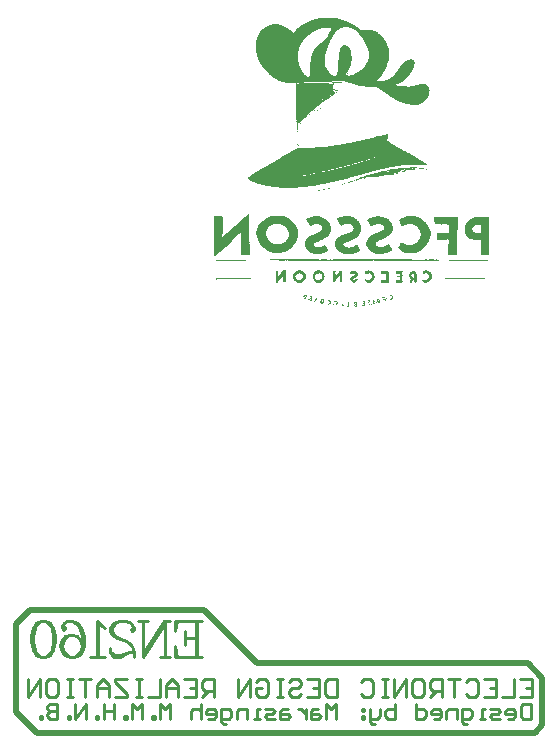
<source format=gbo>
G04*
G04 #@! TF.GenerationSoftware,Altium Limited,Altium Designer,23.4.1 (23)*
G04*
G04 Layer_Color=32896*
%FSLAX44Y44*%
%MOMM*%
G71*
G04*
G04 #@! TF.SameCoordinates,F2A16652-085B-4F69-B410-D4E0E0FCB8A4*
G04*
G04*
G04 #@! TF.FilePolarity,Positive*
G04*
G01*
G75*
%ADD13C,0.2540*%
%ADD60C,0.5000*%
G36*
X284863Y731035D02*
X287465D01*
Y730602D01*
X289200D01*
Y730168D01*
X290502D01*
Y729734D01*
X292237D01*
Y729300D01*
X293104D01*
Y728867D01*
X294406D01*
Y728433D01*
X295273D01*
Y727999D01*
X296141D01*
Y727565D01*
X297008D01*
Y727132D01*
X297876D01*
Y726698D01*
X298743D01*
Y726264D01*
X299611D01*
Y725830D01*
X300478D01*
Y725397D01*
X300912D01*
Y724963D01*
X301779D01*
Y724529D01*
X302647D01*
Y724095D01*
X303081D01*
Y723662D01*
X303514D01*
Y723228D01*
X304382D01*
Y722794D01*
X305249D01*
Y722360D01*
X305683D01*
Y721927D01*
X306117D01*
Y721493D01*
X306551D01*
Y721059D01*
X307418D01*
Y720625D01*
X316961D01*
Y720192D01*
X318262D01*
Y719758D01*
X319563D01*
Y719324D01*
X320431D01*
Y718890D01*
X321298D01*
Y718457D01*
X321732D01*
Y718023D01*
X322600D01*
Y717589D01*
X323033D01*
Y717155D01*
X323467D01*
Y716722D01*
X323901D01*
Y716288D01*
X324335D01*
Y715854D01*
X324768D01*
Y715420D01*
X325202D01*
Y714987D01*
X325636D01*
Y714553D01*
X326070D01*
Y714119D01*
X326503D01*
Y713251D01*
X326937D01*
Y712818D01*
X327371D01*
Y711950D01*
X327805D01*
Y711516D01*
X328238D01*
Y710649D01*
X328672D01*
Y709781D01*
X329106D01*
Y708914D01*
X329540D01*
Y707613D01*
X329973D01*
Y705878D01*
X330407D01*
Y703275D01*
X330841D01*
Y697203D01*
X330407D01*
Y695034D01*
X329973D01*
Y692865D01*
X329540D01*
Y691130D01*
X329106D01*
Y689829D01*
X328672D01*
Y688961D01*
X328238D01*
Y688094D01*
X327805D01*
Y687226D01*
X327371D01*
Y686359D01*
X326937D01*
Y685491D01*
X326503D01*
Y685058D01*
X326070D01*
Y684190D01*
X325636D01*
Y683756D01*
X325202D01*
Y683323D01*
X324768D01*
Y682455D01*
X324335D01*
Y682021D01*
X323901D01*
Y681588D01*
X323467D01*
Y681154D01*
X323033D01*
Y680720D01*
X322600D01*
Y680286D01*
X322166D01*
Y679853D01*
X321732D01*
Y679419D01*
X321298D01*
Y678985D01*
X320431D01*
Y678118D01*
X321732D01*
Y677684D01*
X325636D01*
Y678118D01*
X327805D01*
Y678551D01*
X328672D01*
Y678985D01*
X329973D01*
Y679419D01*
X330841D01*
Y679853D01*
X331275D01*
Y680286D01*
X332142D01*
Y680720D01*
X332576D01*
Y681154D01*
X333443D01*
Y681588D01*
X333877D01*
Y682021D01*
X334311D01*
Y682455D01*
X334745D01*
Y682889D01*
X335178D01*
Y683323D01*
X335612D01*
Y683756D01*
X336046D01*
Y684190D01*
X336480D01*
Y685058D01*
X336913D01*
Y685491D01*
X337347D01*
Y685925D01*
X337781D01*
Y686359D01*
X338215D01*
Y687226D01*
X338648D01*
Y687660D01*
X339082D01*
Y688528D01*
X339516D01*
Y688961D01*
X339950D01*
Y689829D01*
X340383D01*
Y690263D01*
X340817D01*
Y690696D01*
X341251D01*
Y691130D01*
X341685D01*
Y691564D01*
X342118D01*
Y691998D01*
X342552D01*
Y692431D01*
X342986D01*
Y692865D01*
X343420D01*
Y693299D01*
X343853D01*
Y693733D01*
X344287D01*
Y694166D01*
X344721D01*
Y694600D01*
X345155D01*
Y695034D01*
X346022D01*
Y695468D01*
X347323D01*
Y695901D01*
X348191D01*
Y696335D01*
X350360D01*
Y695901D01*
X351227D01*
Y695468D01*
X351661D01*
Y695034D01*
X352095D01*
Y694166D01*
X352529D01*
Y692431D01*
X352095D01*
Y690263D01*
X351661D01*
Y688961D01*
X351227D01*
Y688094D01*
X350794D01*
Y687226D01*
X350360D01*
Y686359D01*
X349926D01*
Y685491D01*
X349492D01*
Y684624D01*
X349058D01*
Y684190D01*
X348625D01*
Y683323D01*
X348191D01*
Y682889D01*
X347757D01*
Y682455D01*
X347323D01*
Y681588D01*
X346890D01*
Y681154D01*
X346456D01*
Y680720D01*
X346022D01*
Y680286D01*
X345588D01*
Y679853D01*
X345155D01*
Y679419D01*
X344721D01*
Y678985D01*
X344287D01*
Y678551D01*
X343420D01*
Y678118D01*
X342986D01*
Y677684D01*
X342552D01*
Y677250D01*
X341685D01*
Y676816D01*
X340817D01*
Y676383D01*
X339950D01*
Y675949D01*
X339082D01*
Y675515D01*
X338215D01*
Y675081D01*
X336913D01*
Y674647D01*
X336046D01*
Y674214D01*
X337781D01*
Y673780D01*
X339950D01*
Y673346D01*
X346456D01*
Y672912D01*
X348191D01*
Y673346D01*
X350360D01*
Y673780D01*
X352529D01*
Y674214D01*
X354697D01*
Y674647D01*
X356432D01*
Y675081D01*
X357300D01*
Y675515D01*
X361204D01*
Y675081D01*
X362071D01*
Y674647D01*
X362505D01*
Y674214D01*
X362939D01*
Y673780D01*
X363372D01*
Y673346D01*
X364240D01*
Y672479D01*
X364674D01*
Y671611D01*
X365107D01*
Y669876D01*
X365541D01*
Y669442D01*
X365107D01*
Y666840D01*
X364674D01*
Y665539D01*
X364240D01*
Y664237D01*
X363806D01*
Y663804D01*
X363372D01*
Y662936D01*
X362939D01*
Y662502D01*
X362505D01*
Y662069D01*
X362071D01*
Y661635D01*
X361637D01*
Y661201D01*
X361204D01*
Y660767D01*
X360770D01*
Y660334D01*
X360336D01*
Y659900D01*
X359469D01*
Y659466D01*
X359035D01*
Y659032D01*
X358167D01*
Y658599D01*
X357300D01*
Y658165D01*
X355999D01*
Y657731D01*
X353396D01*
Y657297D01*
X351227D01*
Y657731D01*
X348191D01*
Y658165D01*
X345588D01*
Y658599D01*
X344287D01*
Y659032D01*
X342986D01*
Y659466D01*
X342118D01*
Y659900D01*
X340817D01*
Y660334D01*
X339516D01*
Y660767D01*
X338648D01*
Y661201D01*
X337781D01*
Y661635D01*
X336913D01*
Y662069D01*
X336046D01*
Y662502D01*
X335178D01*
Y662936D01*
X334745D01*
Y663370D01*
X333877D01*
Y663804D01*
X333010D01*
Y664237D01*
X332142D01*
Y664671D01*
X331708D01*
Y665105D01*
X330841D01*
Y665539D01*
X330407D01*
Y665972D01*
X329973D01*
Y666406D01*
X329106D01*
Y666840D01*
X328672D01*
Y667274D01*
X327805D01*
Y667707D01*
X327371D01*
Y668141D01*
X326937D01*
Y668575D01*
X326070D01*
Y669009D01*
X325636D01*
Y669442D01*
X324768D01*
Y669876D01*
X324335D01*
Y670310D01*
X323467D01*
Y670744D01*
X322600D01*
Y671177D01*
X322166D01*
Y671611D01*
X321732D01*
Y672045D01*
X320431D01*
Y672479D01*
X319563D01*
Y672912D01*
X310888D01*
Y673346D01*
X306984D01*
Y673780D01*
X304816D01*
Y674214D01*
X303081D01*
Y674647D01*
X301779D01*
Y675081D01*
X300912D01*
Y675515D01*
X299611D01*
Y675949D01*
X297876D01*
Y676383D01*
X296141D01*
Y676816D01*
X295707D01*
Y677250D01*
X293538D01*
Y677684D01*
X282260D01*
Y677250D01*
X279224D01*
Y676816D01*
X258838D01*
Y676383D01*
X255801D01*
Y675949D01*
X259705D01*
Y676383D01*
X282260D01*
Y676816D01*
X287465D01*
Y677250D01*
X287899D01*
Y676816D01*
X290068D01*
Y676383D01*
X284863D01*
Y675949D01*
X283995D01*
Y675515D01*
X283128D01*
Y675949D01*
X280092D01*
Y675515D01*
X281827D01*
Y675081D01*
X283995D01*
Y674214D01*
X283128D01*
Y674647D01*
X278357D01*
Y674214D01*
X283128D01*
Y670744D01*
X283562D01*
Y671177D01*
X285297D01*
Y669876D01*
X287032D01*
Y670310D01*
X287899D01*
Y669876D01*
X287465D01*
Y669442D01*
X285297D01*
Y669876D01*
X283562D01*
Y669442D01*
X284863D01*
Y669009D01*
X284429D01*
Y668575D01*
X286598D01*
Y669009D01*
X287032D01*
Y668141D01*
X286598D01*
Y667707D01*
X286164D01*
Y668141D01*
X284863D01*
Y667707D01*
X284429D01*
Y667274D01*
X285297D01*
Y666840D01*
X284863D01*
Y666406D01*
X283995D01*
Y665972D01*
X283562D01*
Y666840D01*
X281827D01*
Y666406D01*
X283128D01*
Y665539D01*
X282694D01*
Y665105D01*
X281827D01*
Y664671D01*
X281393D01*
Y664237D01*
X280525D01*
Y663804D01*
X280092D01*
Y663370D01*
X279658D01*
Y662936D01*
X278790D01*
Y662502D01*
X278357D01*
Y662069D01*
X277923D01*
Y661635D01*
X277055D01*
Y661201D01*
X276622D01*
Y660767D01*
X276188D01*
Y660334D01*
X275320D01*
Y659900D01*
X274453D01*
Y659032D01*
X274019D01*
Y659466D01*
X273585D01*
Y658599D01*
X272718D01*
Y658165D01*
X272284D01*
Y657731D01*
X271417D01*
Y656863D01*
X270549D01*
Y656430D01*
X270115D01*
Y655996D01*
X269248D01*
Y655128D01*
X268380D01*
Y654695D01*
X267947D01*
Y654261D01*
X267079D01*
Y653393D01*
X266212D01*
Y652526D01*
X265344D01*
Y652092D01*
X264910D01*
Y651658D01*
X264477D01*
Y651225D01*
X264043D01*
Y650791D01*
X263175D01*
Y649490D01*
X263609D01*
Y649056D01*
X262742D01*
Y649490D01*
X261874D01*
Y649056D01*
X262742D01*
Y648622D01*
X261874D01*
Y649056D01*
X261007D01*
Y648622D01*
X261440D01*
Y647321D01*
X260139D01*
Y646453D01*
X258838D01*
Y645586D01*
X258404D01*
Y645152D01*
X257970D01*
Y644718D01*
X257103D01*
Y643851D01*
X256669D01*
Y643417D01*
X255801D01*
Y642983D01*
X255368D01*
Y642550D01*
X254066D01*
Y642116D01*
X253633D01*
Y640815D01*
X254066D01*
Y640381D01*
X253633D01*
Y639947D01*
X253199D01*
Y639513D01*
X253633D01*
Y639080D01*
X254066D01*
Y638646D01*
X253633D01*
Y638212D01*
X253199D01*
Y637778D01*
X253633D01*
Y636477D01*
X253199D01*
Y635610D01*
X253633D01*
Y634308D01*
X253199D01*
Y625633D01*
X252765D01*
Y643417D01*
X252331D01*
Y643851D01*
X252765D01*
Y644718D01*
X252331D01*
Y670744D01*
X251898D01*
Y673346D01*
X252331D01*
Y673780D01*
X251898D01*
Y674214D01*
X252331D01*
Y674647D01*
X251898D01*
Y675949D01*
X246259D01*
Y676383D01*
X242789D01*
Y676816D01*
X241054D01*
Y677250D01*
X239753D01*
Y677684D01*
X238018D01*
Y678118D01*
X237150D01*
Y678551D01*
X236716D01*
Y678985D01*
X235849D01*
Y679419D01*
X234981D01*
Y679853D01*
X234114D01*
Y680286D01*
X233680D01*
Y680720D01*
X232812D01*
Y681154D01*
X232379D01*
Y681588D01*
X231511D01*
Y682021D01*
X231077D01*
Y682455D01*
X230644D01*
Y682889D01*
X229776D01*
Y683323D01*
X229342D01*
Y683756D01*
X228909D01*
Y684190D01*
X228475D01*
Y684624D01*
X228041D01*
Y685058D01*
X227607D01*
Y685491D01*
X227174D01*
Y685925D01*
X226740D01*
Y686359D01*
X226306D01*
Y686793D01*
X225872D01*
Y687226D01*
X225439D01*
Y688094D01*
X225005D01*
Y688528D01*
X224571D01*
Y688961D01*
X224137D01*
Y689829D01*
X223704D01*
Y690263D01*
X223270D01*
Y691130D01*
X222836D01*
Y691564D01*
X222402D01*
Y692431D01*
X221969D01*
Y693299D01*
X221535D01*
Y694166D01*
X221101D01*
Y695034D01*
X220667D01*
Y695901D01*
X220234D01*
Y697203D01*
X219800D01*
Y698504D01*
X219366D01*
Y699371D01*
X218932D01*
Y701540D01*
X218499D01*
Y705444D01*
X218065D01*
Y709348D01*
X218499D01*
Y712384D01*
X218932D01*
Y714119D01*
X219366D01*
Y714987D01*
X219800D01*
Y716288D01*
X220234D01*
Y717155D01*
X220667D01*
Y718023D01*
X221101D01*
Y718457D01*
X221535D01*
Y718890D01*
X221969D01*
Y719758D01*
X222402D01*
Y720192D01*
X222836D01*
Y720625D01*
X223270D01*
Y721059D01*
X223704D01*
Y721493D01*
X224137D01*
Y721927D01*
X224571D01*
Y722360D01*
X225005D01*
Y722794D01*
X225872D01*
Y723228D01*
X226740D01*
Y723662D01*
X227174D01*
Y724095D01*
X228475D01*
Y724529D01*
X229342D01*
Y724963D01*
X230644D01*
Y725397D01*
X231945D01*
Y725830D01*
X237584D01*
Y725397D01*
X238885D01*
Y724963D01*
X240186D01*
Y724529D01*
X241054D01*
Y724095D01*
X241921D01*
Y723662D01*
X242789D01*
Y723228D01*
X243656D01*
Y722794D01*
X244524D01*
Y722360D01*
X244958D01*
Y721927D01*
X245825D01*
Y721493D01*
X246259D01*
Y721059D01*
X247126D01*
Y720625D01*
X247560D01*
Y720192D01*
X247994D01*
Y719758D01*
X248428D01*
Y719324D01*
X249295D01*
Y718890D01*
X249729D01*
Y718457D01*
X250163D01*
Y718890D01*
X250596D01*
Y719324D01*
X251030D01*
Y719758D01*
X251464D01*
Y720192D01*
X251898D01*
Y720625D01*
X252331D01*
Y721493D01*
X253199D01*
Y722360D01*
X254066D01*
Y722794D01*
X254500D01*
Y723228D01*
X254934D01*
Y723662D01*
X255368D01*
Y724095D01*
X256235D01*
Y724529D01*
X256669D01*
Y724963D01*
X257537D01*
Y725397D01*
X257970D01*
Y725830D01*
X258838D01*
Y726264D01*
X259705D01*
Y726698D01*
X260573D01*
Y727132D01*
X261007D01*
Y727565D01*
X261874D01*
Y727999D01*
X263175D01*
Y728433D01*
X264043D01*
Y728867D01*
X264910D01*
Y729300D01*
X266212D01*
Y729734D01*
X267513D01*
Y730168D01*
X269248D01*
Y730602D01*
X270549D01*
Y731035D01*
X273152D01*
Y731469D01*
X284863D01*
Y731035D01*
D02*
G37*
G36*
X290935Y676383D02*
X290502D01*
Y676816D01*
X290935D01*
Y676383D01*
D02*
G37*
G36*
X297442Y674214D02*
X297008D01*
Y674647D01*
X297442D01*
Y674214D01*
D02*
G37*
G36*
X293972Y673780D02*
X293538D01*
Y674214D01*
X293972D01*
Y673780D01*
D02*
G37*
G36*
X292670Y671611D02*
X292237D01*
Y672045D01*
X292670D01*
Y671611D01*
D02*
G37*
G36*
X271850Y655562D02*
X271417D01*
Y655996D01*
X271850D01*
Y655562D01*
D02*
G37*
G36*
X274887D02*
X274453D01*
Y654695D01*
X273585D01*
Y655128D01*
X274019D01*
Y655996D01*
X274887D01*
Y655562D01*
D02*
G37*
G36*
X273152Y654261D02*
X272718D01*
Y654695D01*
X273152D01*
Y654261D01*
D02*
G37*
G36*
X271850Y653393D02*
X271417D01*
Y653827D01*
X271850D01*
Y653393D01*
D02*
G37*
G36*
X270983Y652526D02*
X270115D01*
Y652960D01*
X270983D01*
Y652526D01*
D02*
G37*
G36*
X267947D02*
X267513D01*
Y652960D01*
X267947D01*
Y652526D01*
D02*
G37*
G36*
X269682Y652092D02*
X269248D01*
Y652526D01*
X269682D01*
Y652092D01*
D02*
G37*
G36*
X267513D02*
X266645D01*
Y652526D01*
X267513D01*
Y652092D01*
D02*
G37*
G36*
X268814Y651225D02*
X268380D01*
Y651658D01*
X268814D01*
Y651225D01*
D02*
G37*
G36*
X261007Y645586D02*
X260573D01*
Y646020D01*
X261007D01*
Y645586D01*
D02*
G37*
G36*
X259272Y643417D02*
Y642983D01*
X258838D01*
Y643851D01*
X259272D01*
Y643417D01*
D02*
G37*
G36*
X256235Y641682D02*
X255801D01*
Y641248D01*
X255368D01*
Y641682D01*
Y642116D01*
X256235D01*
Y641682D01*
D02*
G37*
G36*
X254934Y624332D02*
X254500D01*
Y624766D01*
X254934D01*
Y624332D01*
D02*
G37*
G36*
X254066D02*
X253633D01*
Y624766D01*
X254066D01*
Y624332D01*
D02*
G37*
G36*
X253199D02*
X253633D01*
Y623465D01*
X253199D01*
Y623898D01*
X252765D01*
Y624332D01*
Y624766D01*
X253199D01*
Y624332D01*
D02*
G37*
G36*
X254500Y623031D02*
X254066D01*
Y623465D01*
Y623898D01*
X254500D01*
Y623031D01*
D02*
G37*
G36*
X253199Y622163D02*
X252765D01*
Y622597D01*
Y623031D01*
X253199D01*
Y622163D01*
D02*
G37*
G36*
X329973Y628670D02*
X329540D01*
Y627368D01*
X329973D01*
Y626935D01*
X330407D01*
Y626501D01*
X330841D01*
Y626067D01*
X331708D01*
Y625633D01*
X332142D01*
Y625200D01*
X332576D01*
Y624766D01*
X333443D01*
Y624332D01*
X333877D01*
Y623898D01*
X334745D01*
Y623465D01*
X335612D01*
Y623031D01*
X336046D01*
Y622597D01*
X336913D01*
Y622163D01*
X337781D01*
Y621730D01*
X338648D01*
Y621296D01*
X339516D01*
Y620862D01*
X339950D01*
Y620428D01*
X340817D01*
Y619995D01*
X341685D01*
Y619561D01*
X342118D01*
Y619127D01*
X342986D01*
Y618693D01*
X344287D01*
Y618259D01*
X345155D01*
Y617826D01*
X345588D01*
Y617392D01*
X346456D01*
Y616958D01*
X347323D01*
Y616524D01*
X348191D01*
Y616091D01*
X349058D01*
Y615657D01*
X349492D01*
Y615223D01*
X350360D01*
Y614789D01*
X351227D01*
Y614356D01*
X352095D01*
Y613922D01*
X352529D01*
Y613488D01*
X353396D01*
Y613054D01*
X354264D01*
Y612621D01*
X355131D01*
Y612187D01*
X355565D01*
Y611753D01*
X356432D01*
Y611319D01*
X357300D01*
Y610886D01*
X357734D01*
Y610452D01*
X358601D01*
Y610018D01*
X359469D01*
Y609584D01*
X359902D01*
Y609151D01*
X360770D01*
Y608717D01*
X361204D01*
Y608283D01*
X362071D01*
Y607849D01*
X362505D01*
Y607416D01*
X362939D01*
Y606982D01*
X363806D01*
Y606548D01*
X358601D01*
Y606982D01*
X348191D01*
Y606548D01*
X340817D01*
Y606114D01*
X337347D01*
Y605681D01*
X335612D01*
Y605247D01*
X333010D01*
Y604813D01*
X330407D01*
Y604379D01*
X328672D01*
Y603946D01*
X327371D01*
Y603512D01*
X325202D01*
Y603078D01*
X323467D01*
Y602644D01*
X321298D01*
Y602211D01*
X319997D01*
Y601777D01*
X318262D01*
Y601343D01*
X316527D01*
Y600909D01*
X314792D01*
Y600476D01*
X313491D01*
Y600042D01*
X312189D01*
Y599608D01*
X310454D01*
Y599174D01*
X308719D01*
Y598741D01*
X307852D01*
Y598307D01*
X306117D01*
Y597873D01*
X304382D01*
Y597439D01*
X302647D01*
Y597006D01*
X301346D01*
Y596572D01*
X299611D01*
Y596138D01*
X297876D01*
Y595704D01*
X295707D01*
Y595271D01*
X294406D01*
Y594837D01*
X292670D01*
Y594403D01*
X290502D01*
Y593969D01*
X288767D01*
Y593535D01*
X287465D01*
Y593102D01*
X285297D01*
Y592668D01*
X283128D01*
Y592234D01*
X280959D01*
Y591800D01*
X279224D01*
Y591367D01*
X277489D01*
Y590933D01*
X275320D01*
Y590499D01*
X272718D01*
Y590065D01*
X270983D01*
Y589632D01*
X268814D01*
Y589198D01*
X265344D01*
Y588764D01*
X262308D01*
Y588330D01*
X258838D01*
Y587897D01*
X253633D01*
Y587463D01*
X238018D01*
Y587897D01*
X233680D01*
Y588330D01*
X230644D01*
Y588764D01*
X227607D01*
Y589198D01*
X225439D01*
Y589632D01*
X223270D01*
Y590065D01*
X222402D01*
Y590499D01*
X220667D01*
Y590933D01*
X218932D01*
Y591367D01*
X217631D01*
Y591800D01*
X217197D01*
Y592234D01*
X215896D01*
Y592668D01*
X215029D01*
Y593102D01*
X214161D01*
Y593535D01*
X213294D01*
Y593969D01*
X212860D01*
Y594403D01*
X212426D01*
Y594837D01*
X211992D01*
Y595271D01*
X211559D01*
Y596138D01*
X211992D01*
Y596572D01*
X212860D01*
Y597006D01*
X213294D01*
Y597439D01*
X213727D01*
Y597873D01*
X214595D01*
Y598307D01*
X215029D01*
Y598741D01*
X215462D01*
Y599174D01*
X216330D01*
Y599608D01*
X217197D01*
Y600042D01*
X217631D01*
Y600476D01*
X218499D01*
Y600909D01*
X218932D01*
Y601343D01*
X219800D01*
Y601777D01*
X220667D01*
Y602211D01*
X221101D01*
Y602644D01*
X221969D01*
Y603078D01*
X222836D01*
Y603512D01*
X223270D01*
Y603946D01*
X224137D01*
Y604379D01*
X225005D01*
Y604813D01*
X225872D01*
Y605247D01*
X226306D01*
Y605681D01*
X227174D01*
Y606114D01*
X228041D01*
Y606548D01*
X228475D01*
Y606982D01*
X229342D01*
Y607416D01*
X230210D01*
Y607849D01*
X230644D01*
Y608283D01*
X231511D01*
Y608717D01*
X232379D01*
Y609151D01*
X233246D01*
Y609584D01*
X234114D01*
Y610018D01*
X234981D01*
Y610452D01*
X235415D01*
Y610886D01*
X236283D01*
Y611319D01*
X236716D01*
Y611753D01*
X237584D01*
Y612187D01*
X238451D01*
Y612621D01*
X239319D01*
Y613054D01*
X239753D01*
Y613488D01*
X240620D01*
Y613922D01*
X241488D01*
Y614356D01*
X241921D01*
Y614789D01*
X242789D01*
Y615223D01*
X243656D01*
Y615657D01*
X244524D01*
Y616091D01*
X244958D01*
Y616524D01*
X245825D01*
Y616958D01*
X246693D01*
Y617392D01*
X247126D01*
Y617826D01*
X247994D01*
Y618259D01*
X248861D01*
Y618693D01*
X249729D01*
Y619127D01*
X250596D01*
Y619561D01*
X251030D01*
Y619995D01*
X251898D01*
Y620428D01*
X252765D01*
Y620862D01*
X253199D01*
Y621296D01*
X268380D01*
Y621730D01*
X274453D01*
Y622163D01*
X278790D01*
Y622597D01*
X281827D01*
Y623031D01*
X284429D01*
Y623465D01*
X287465D01*
Y623898D01*
X290068D01*
Y624332D01*
X292237D01*
Y624766D01*
X294406D01*
Y625200D01*
X296574D01*
Y625633D01*
X299177D01*
Y626067D01*
X301346D01*
Y626501D01*
X303081D01*
Y626935D01*
X305249D01*
Y627368D01*
X307418D01*
Y627802D01*
X309153D01*
Y628236D01*
X310454D01*
Y628670D01*
X312189D01*
Y629103D01*
X314358D01*
Y629537D01*
X316527D01*
Y629971D01*
X318262D01*
Y630405D01*
X319997D01*
Y630838D01*
X322600D01*
Y631272D01*
X324768D01*
Y631706D01*
X326503D01*
Y632140D01*
X328672D01*
Y632573D01*
X329973D01*
Y628670D01*
D02*
G37*
G36*
X354697Y603946D02*
X352529D01*
Y603512D01*
X351227D01*
Y603946D01*
X350360D01*
Y603512D01*
X346890D01*
Y603078D01*
X352529D01*
Y602644D01*
X346456D01*
Y602211D01*
X345588D01*
Y601777D01*
X344721D01*
Y601343D01*
X344287D01*
Y600909D01*
X342986D01*
Y600476D01*
X342118D01*
Y601343D01*
X339950D01*
Y600909D01*
X340383D01*
Y600476D01*
X339516D01*
Y600909D01*
X338648D01*
Y599174D01*
X336480D01*
Y599608D01*
X335178D01*
Y598741D01*
X334745D01*
Y598307D01*
X331708D01*
Y597873D01*
X326503D01*
Y597439D01*
X326070D01*
Y597006D01*
X323467D01*
Y597439D01*
X322600D01*
Y597006D01*
X322166D01*
Y596572D01*
X321298D01*
Y596138D01*
X313925D01*
Y595704D01*
X313491D01*
Y596138D01*
X311756D01*
Y595704D01*
X310888D01*
Y595271D01*
X310021D01*
Y595704D01*
X308286D01*
Y595271D01*
X308719D01*
Y594837D01*
X307852D01*
Y595271D01*
X306984D01*
Y594837D01*
X305683D01*
Y594403D01*
X304382D01*
Y593969D01*
X303514D01*
Y593535D01*
X302647D01*
Y593969D01*
X302213D01*
Y593535D01*
X301779D01*
Y593102D01*
X300478D01*
Y592668D01*
X298309D01*
Y592234D01*
X297442D01*
Y591800D01*
X296141D01*
Y591367D01*
X294839D01*
Y590933D01*
X294406D01*
Y591800D01*
X295707D01*
Y592234D01*
X296574D01*
Y592668D01*
X297876D01*
Y593102D01*
X299611D01*
Y593535D01*
X300912D01*
Y593969D01*
X301779D01*
Y594403D01*
X302647D01*
Y594837D01*
X303948D01*
Y595271D01*
X305683D01*
Y595704D01*
X306551D01*
Y596138D01*
X307852D01*
Y596572D01*
X309587D01*
Y597006D01*
X310454D01*
Y597439D01*
X311322D01*
Y597873D01*
X313057D01*
Y598307D01*
X314792D01*
Y598741D01*
X316961D01*
Y599174D01*
X317828D01*
Y599608D01*
X319563D01*
Y600042D01*
X321298D01*
Y600476D01*
X323467D01*
Y600909D01*
X324335D01*
Y601343D01*
X326503D01*
Y601777D01*
X329106D01*
Y602211D01*
X330407D01*
Y602644D01*
X331708D01*
Y603078D01*
X334745D01*
Y603512D01*
X338648D01*
Y603946D01*
X344721D01*
Y604379D01*
X348625D01*
Y604813D01*
X354697D01*
Y603946D01*
D02*
G37*
G36*
X355999D02*
X360336D01*
Y603512D01*
X362939D01*
Y603078D01*
X363372D01*
Y602644D01*
X362071D01*
Y603078D01*
X359469D01*
Y603512D01*
X355999D01*
Y603946D01*
X355565D01*
Y604379D01*
X355999D01*
Y603946D01*
D02*
G37*
G36*
X349058Y601343D02*
X346890D01*
Y601777D01*
X349058D01*
Y601343D01*
D02*
G37*
G36*
X310021Y593969D02*
X309587D01*
Y594403D01*
X310021D01*
Y593969D01*
D02*
G37*
G36*
X293538Y590933D02*
X292670D01*
Y591367D01*
X293538D01*
Y590933D01*
D02*
G37*
G36*
X292670Y590499D02*
X292237D01*
Y590933D01*
X292670D01*
Y590499D01*
D02*
G37*
G36*
X291803Y590065D02*
X291369D01*
Y590499D01*
X291803D01*
Y590065D01*
D02*
G37*
G36*
X281393Y587029D02*
X280525D01*
Y587463D01*
X281393D01*
Y587029D01*
D02*
G37*
G36*
X280525Y586595D02*
X279224D01*
Y587029D01*
X280525D01*
Y586595D01*
D02*
G37*
G36*
X278790Y586162D02*
X277055D01*
Y586595D01*
X278790D01*
Y586162D01*
D02*
G37*
G36*
X276622Y585728D02*
X274887D01*
Y586162D01*
X276622D01*
Y585728D01*
D02*
G37*
G36*
X272718Y584860D02*
X270983D01*
Y585294D01*
X272718D01*
Y584860D01*
D02*
G37*
G36*
X212426Y562739D02*
Y562305D01*
Y544955D01*
X212860D01*
Y544521D01*
X212426D01*
Y541485D01*
X212860D01*
Y540617D01*
X212426D01*
Y540184D01*
X212860D01*
Y530207D01*
X205920D01*
Y549726D01*
X205486D01*
Y549293D01*
X205052D01*
Y548859D01*
X204618D01*
Y548425D01*
X204185D01*
Y547991D01*
X203317D01*
Y547558D01*
X202883D01*
Y547124D01*
X202450D01*
Y546690D01*
X202016D01*
Y546256D01*
X201582D01*
Y545823D01*
X201148D01*
Y545389D01*
X200715D01*
Y544955D01*
X200281D01*
Y544521D01*
X199847D01*
Y544087D01*
X199413D01*
Y543654D01*
X198980D01*
Y543220D01*
X198546D01*
Y542786D01*
X198112D01*
Y542352D01*
X197678D01*
Y541919D01*
X197245D01*
Y541485D01*
X196811D01*
Y541051D01*
X196377D01*
Y540617D01*
X195943D01*
Y540184D01*
X195510D01*
Y539750D01*
X195076D01*
Y539316D01*
X194642D01*
Y538882D01*
X194208D01*
Y538449D01*
X193341D01*
Y537581D01*
X192907D01*
Y537147D01*
X192040D01*
Y536714D01*
X191606D01*
Y536280D01*
X191172D01*
Y535846D01*
X190738D01*
Y535412D01*
X190305D01*
Y534979D01*
X189871D01*
Y534545D01*
X189437D01*
Y534111D01*
X189003D01*
Y533677D01*
X188570D01*
Y533244D01*
X187702D01*
Y532810D01*
X187268D01*
Y532376D01*
X186835D01*
Y531942D01*
X186401D01*
Y531509D01*
X185967D01*
Y531075D01*
X185100D01*
Y530641D01*
X184666D01*
Y530207D01*
X184232D01*
Y529774D01*
X182931D01*
Y560136D01*
X182497D01*
Y560570D01*
X182931D01*
Y563173D01*
X189437D01*
Y562739D01*
X189871D01*
Y547991D01*
X189437D01*
Y545823D01*
X190305D01*
Y546256D01*
X190738D01*
Y547124D01*
X191606D01*
Y547558D01*
X192040D01*
Y547991D01*
X192473D01*
Y548425D01*
X192907D01*
Y548859D01*
X193341D01*
Y549293D01*
X194208D01*
Y549726D01*
X194642D01*
Y550160D01*
X195076D01*
Y550594D01*
X195510D01*
Y551028D01*
X195943D01*
Y551461D01*
X196377D01*
Y551895D01*
X197245D01*
Y552329D01*
X197678D01*
Y552763D01*
X198112D01*
Y553196D01*
X198546D01*
Y553630D01*
X198980D01*
Y554064D01*
X199413D01*
Y554498D01*
X199847D01*
Y554931D01*
X200281D01*
Y555365D01*
X201148D01*
Y556233D01*
X202016D01*
Y556666D01*
X202450D01*
Y557100D01*
X202883D01*
Y557534D01*
X203317D01*
Y557968D01*
X203751D01*
Y558401D01*
X204618D01*
Y559269D01*
X205052D01*
Y559703D01*
X205920D01*
Y560136D01*
X206353D01*
Y560570D01*
X206787D01*
Y561004D01*
X207221D01*
Y561438D01*
X207655D01*
Y561871D01*
X208088D01*
Y562305D01*
X208956D01*
Y562739D01*
X209390D01*
Y563173D01*
X209824D01*
Y563606D01*
X210257D01*
Y564040D01*
X211125D01*
Y564474D01*
X211559D01*
Y564908D01*
X212426D01*
Y562739D01*
D02*
G37*
G36*
X353830D02*
X355131D01*
Y562305D01*
X355999D01*
Y561871D01*
X356866D01*
Y561438D01*
X357734D01*
Y561004D01*
X358601D01*
Y560570D01*
X359035D01*
Y560136D01*
X359902D01*
Y559703D01*
X360336D01*
Y559269D01*
X360770D01*
Y558835D01*
X361204D01*
Y558401D01*
X362071D01*
Y557534D01*
X362505D01*
Y557100D01*
X362939D01*
Y556666D01*
X363372D01*
Y556233D01*
X363806D01*
Y555365D01*
X364240D01*
Y554498D01*
X364674D01*
Y553630D01*
X365107D01*
Y552329D01*
X365541D01*
Y550594D01*
X365975D01*
Y546256D01*
X365541D01*
Y544087D01*
X365107D01*
Y543220D01*
X364674D01*
Y541919D01*
X364240D01*
Y541051D01*
X363806D01*
Y540617D01*
X363372D01*
Y539750D01*
X362939D01*
Y539316D01*
X362505D01*
Y538882D01*
X362071D01*
Y538015D01*
X361637D01*
Y537581D01*
X361204D01*
Y537147D01*
X360770D01*
Y536714D01*
X360336D01*
Y536280D01*
X359902D01*
Y535846D01*
X359469D01*
Y535412D01*
X359035D01*
Y534979D01*
X358167D01*
Y534545D01*
X357734D01*
Y534111D01*
X356866D01*
Y533677D01*
X355999D01*
Y533244D01*
X355131D01*
Y532810D01*
X354264D01*
Y532376D01*
X352529D01*
Y531942D01*
X344721D01*
Y532376D01*
X343420D01*
Y532810D01*
X342986D01*
Y533244D01*
X342118D01*
Y533677D01*
X341251D01*
Y534111D01*
X340817D01*
Y534545D01*
X340383D01*
Y534979D01*
X339950D01*
Y535412D01*
X339516D01*
Y535846D01*
X339082D01*
Y536714D01*
X338648D01*
Y537147D01*
X339082D01*
Y538015D01*
X339516D01*
Y538449D01*
X339950D01*
Y539750D01*
X340383D01*
Y541051D01*
X342118D01*
Y540617D01*
X343420D01*
Y540184D01*
X344287D01*
Y539750D01*
X345588D01*
Y539316D01*
X350794D01*
Y539750D01*
X351661D01*
Y540184D01*
X352529D01*
Y540617D01*
X353396D01*
Y541051D01*
X354264D01*
Y541485D01*
X354697D01*
Y541919D01*
X355131D01*
Y542352D01*
X355565D01*
Y542786D01*
X355999D01*
Y543654D01*
X356432D01*
Y544087D01*
X356866D01*
Y544955D01*
X357300D01*
Y546690D01*
X357734D01*
Y548859D01*
X357300D01*
Y550594D01*
X356866D01*
Y551461D01*
X356432D01*
Y552329D01*
X355999D01*
Y552763D01*
X355565D01*
Y553630D01*
X355131D01*
Y554064D01*
X354697D01*
Y554498D01*
X354264D01*
Y554931D01*
X353396D01*
Y555365D01*
X352962D01*
Y555799D01*
X352095D01*
Y556233D01*
X350794D01*
Y556666D01*
X346022D01*
Y556233D01*
X344287D01*
Y555799D01*
X343420D01*
Y555365D01*
X342552D01*
Y554931D01*
X341685D01*
Y555365D01*
X341251D01*
Y556233D01*
X340817D01*
Y557100D01*
X340383D01*
Y558401D01*
X339950D01*
Y559703D01*
X339516D01*
Y560136D01*
X339950D01*
Y560570D01*
X340383D01*
Y561004D01*
X341251D01*
Y561438D01*
X342118D01*
Y561871D01*
X343420D01*
Y562305D01*
X343853D01*
Y562739D01*
X345588D01*
Y563173D01*
X353830D01*
Y562739D01*
D02*
G37*
G36*
X240186Y563173D02*
X242355D01*
Y562739D01*
X243223D01*
Y562305D01*
X244090D01*
Y561871D01*
X244958D01*
Y561438D01*
X245825D01*
Y561004D01*
X246693D01*
Y560570D01*
X247126D01*
Y560136D01*
X247994D01*
Y559703D01*
X248428D01*
Y559269D01*
X248861D01*
Y558835D01*
X249295D01*
Y558401D01*
X249729D01*
Y557968D01*
X250163D01*
Y557534D01*
X250596D01*
Y557100D01*
X251030D01*
Y556666D01*
X251464D01*
Y556233D01*
X251898D01*
Y555365D01*
X252331D01*
Y554498D01*
X252765D01*
Y553630D01*
X253199D01*
Y552329D01*
X253633D01*
Y550594D01*
X254066D01*
Y546690D01*
X253633D01*
Y544521D01*
X253199D01*
Y543220D01*
X252765D01*
Y542352D01*
X252331D01*
Y541919D01*
X251898D01*
Y541051D01*
X251464D01*
Y540184D01*
X251030D01*
Y539750D01*
X250596D01*
Y539316D01*
X250163D01*
Y538882D01*
X249729D01*
Y538015D01*
X249295D01*
Y537581D01*
X248861D01*
Y537147D01*
X248428D01*
Y536714D01*
X247994D01*
Y536280D01*
X247560D01*
Y535846D01*
X246693D01*
Y535412D01*
X246259D01*
Y534979D01*
X245391D01*
Y534545D01*
X244958D01*
Y534111D01*
X244090D01*
Y533677D01*
X243223D01*
Y533244D01*
X241921D01*
Y532810D01*
X240620D01*
Y532376D01*
X238451D01*
Y531942D01*
X233680D01*
Y532376D01*
X231511D01*
Y532810D01*
X230644D01*
Y533244D01*
X229342D01*
Y533677D01*
X228475D01*
Y534111D01*
X227607D01*
Y534545D01*
X227174D01*
Y534979D01*
X226740D01*
Y535412D01*
X225872D01*
Y535846D01*
X225439D01*
Y536280D01*
X225005D01*
Y536714D01*
X224137D01*
Y537147D01*
X223704D01*
Y538015D01*
X223270D01*
Y538449D01*
X222836D01*
Y538882D01*
X222402D01*
Y539316D01*
X221969D01*
Y540184D01*
X221535D01*
Y540617D01*
X221101D01*
Y541485D01*
X220667D01*
Y542352D01*
X220234D01*
Y543220D01*
X219800D01*
Y544521D01*
X219366D01*
Y545389D01*
X218932D01*
Y547558D01*
X218499D01*
Y550594D01*
X218932D01*
Y552763D01*
X219366D01*
Y553630D01*
X219800D01*
Y554931D01*
X220234D01*
Y555799D01*
X220667D01*
Y556233D01*
X221101D01*
Y556666D01*
X221535D01*
Y557534D01*
X221969D01*
Y557968D01*
X222402D01*
Y558401D01*
X222836D01*
Y558835D01*
X223704D01*
Y559269D01*
X224137D01*
Y559703D01*
X224571D01*
Y560136D01*
X225439D01*
Y561004D01*
X226306D01*
Y561438D01*
X227607D01*
Y561871D01*
X228475D01*
Y562305D01*
X229342D01*
Y562739D01*
X230210D01*
Y563173D01*
X232812D01*
Y563606D01*
X240186D01*
Y563173D01*
D02*
G37*
G36*
X272284Y562739D02*
X273585D01*
Y562305D01*
X274453D01*
Y561871D01*
X275320D01*
Y561438D01*
X276188D01*
Y561004D01*
X277055D01*
Y560570D01*
X277489D01*
Y560136D01*
X277923D01*
Y559703D01*
X278357D01*
Y559269D01*
X278790D01*
Y558835D01*
X279224D01*
Y558401D01*
X279658D01*
Y557968D01*
X280092D01*
Y557534D01*
X280525D01*
Y556666D01*
X280959D01*
Y555365D01*
X281393D01*
Y554064D01*
X281827D01*
Y551028D01*
X281393D01*
Y549726D01*
X280959D01*
Y548425D01*
X280525D01*
Y547991D01*
X280092D01*
Y547558D01*
X279658D01*
Y546690D01*
X279224D01*
Y546256D01*
X278790D01*
Y545823D01*
X278357D01*
Y545389D01*
X277489D01*
Y544955D01*
X277055D01*
Y544521D01*
X276188D01*
Y544087D01*
X275754D01*
Y543654D01*
X274887D01*
Y543220D01*
X274019D01*
Y542786D01*
X272718D01*
Y542352D01*
X271417D01*
Y541919D01*
X270115D01*
Y541485D01*
X269248D01*
Y541051D01*
X268380D01*
Y540617D01*
X267513D01*
Y540184D01*
X267079D01*
Y538449D01*
X267513D01*
Y538015D01*
X267947D01*
Y537581D01*
X268814D01*
Y537147D01*
X273152D01*
Y537581D01*
X274453D01*
Y538015D01*
X275320D01*
Y538449D01*
X276188D01*
Y538882D01*
X277055D01*
Y538015D01*
X277489D01*
Y537147D01*
X277923D01*
Y536280D01*
X278357D01*
Y535846D01*
X278790D01*
Y534979D01*
X279224D01*
Y533677D01*
X278357D01*
Y533244D01*
X277489D01*
Y532810D01*
X276622D01*
Y532376D01*
X275320D01*
Y531942D01*
X274019D01*
Y531509D01*
X266212D01*
Y531942D01*
X264910D01*
Y532376D01*
X264043D01*
Y532810D01*
X263175D01*
Y533244D01*
X262742D01*
Y533677D01*
X262308D01*
Y534111D01*
X261874D01*
Y534545D01*
X261440D01*
Y534979D01*
X261007D01*
Y535412D01*
X260573D01*
Y536280D01*
X260139D01*
Y537581D01*
X259705D01*
Y542352D01*
X260139D01*
Y543220D01*
X260573D01*
Y543654D01*
X261007D01*
Y544521D01*
X261440D01*
Y544955D01*
X261874D01*
Y545389D01*
X262308D01*
Y545823D01*
X263175D01*
Y546256D01*
X264043D01*
Y546690D01*
X264477D01*
Y547124D01*
X265778D01*
Y547558D01*
X267079D01*
Y547991D01*
X267947D01*
Y548425D01*
X268814D01*
Y548859D01*
X270115D01*
Y549293D01*
X270983D01*
Y549726D01*
X271850D01*
Y550160D01*
X272718D01*
Y550594D01*
X273152D01*
Y551028D01*
X273585D01*
Y551461D01*
X274019D01*
Y552329D01*
X274453D01*
Y554064D01*
X274019D01*
Y554931D01*
X273585D01*
Y555365D01*
X273152D01*
Y555799D01*
X272718D01*
Y556233D01*
X271417D01*
Y556666D01*
X267513D01*
Y556233D01*
X266212D01*
Y555799D01*
X265344D01*
Y555365D01*
X264910D01*
Y554931D01*
X263609D01*
Y555799D01*
X263175D01*
Y556666D01*
X262742D01*
Y557534D01*
X262308D01*
Y557968D01*
X261874D01*
Y558835D01*
X261440D01*
Y559703D01*
X261007D01*
Y560136D01*
X260573D01*
Y561004D01*
X261007D01*
Y561438D01*
X262308D01*
Y561871D01*
X263609D01*
Y562305D01*
X264477D01*
Y562739D01*
X266212D01*
Y563173D01*
X272284D01*
Y562739D01*
D02*
G37*
G36*
X323467D02*
X326070D01*
Y562305D01*
X326937D01*
Y561871D01*
X327805D01*
Y561438D01*
X329106D01*
Y561004D01*
X329540D01*
Y560570D01*
X330407D01*
Y560136D01*
X330841D01*
Y559703D01*
X331275D01*
Y559269D01*
X331708D01*
Y558835D01*
X332142D01*
Y558401D01*
X332576D01*
Y557534D01*
X333010D01*
Y556666D01*
X333443D01*
Y555365D01*
X333877D01*
Y553196D01*
X334311D01*
Y551895D01*
X333877D01*
Y550594D01*
X333443D01*
Y549726D01*
X333010D01*
Y548859D01*
X332576D01*
Y548425D01*
X332142D01*
Y547991D01*
X331708D01*
Y547558D01*
X331275D01*
Y547124D01*
X330841D01*
Y546690D01*
X330407D01*
Y546256D01*
X329540D01*
Y545823D01*
X329106D01*
Y545389D01*
X328238D01*
Y544955D01*
X327371D01*
Y544521D01*
X326503D01*
Y544087D01*
X325636D01*
Y543654D01*
X324768D01*
Y543220D01*
X323901D01*
Y542786D01*
X322600D01*
Y542352D01*
X321732D01*
Y541919D01*
X320864D01*
Y541485D01*
X319997D01*
Y541051D01*
X319563D01*
Y540184D01*
X319130D01*
Y539750D01*
X319563D01*
Y539316D01*
Y538882D01*
X319997D01*
Y538449D01*
X320431D01*
Y538015D01*
X321298D01*
Y537581D01*
X322166D01*
Y537147D01*
X325636D01*
Y537581D01*
X326937D01*
Y538015D01*
X327805D01*
Y538449D01*
X328238D01*
Y538882D01*
X329106D01*
Y539316D01*
X329973D01*
Y539750D01*
X330407D01*
Y539316D01*
X330841D01*
Y538882D01*
X331275D01*
Y538015D01*
X331708D01*
Y537581D01*
X332142D01*
Y536714D01*
X332576D01*
Y536280D01*
X333010D01*
Y535412D01*
X333443D01*
Y534545D01*
X333010D01*
Y534111D01*
X332576D01*
Y533677D01*
X331275D01*
Y533244D01*
X330407D01*
Y532810D01*
X329973D01*
Y532376D01*
X328672D01*
Y531942D01*
X326937D01*
Y531509D01*
X323467D01*
Y531075D01*
X322600D01*
Y531509D01*
X319130D01*
Y531942D01*
X317828D01*
Y532376D01*
X316961D01*
Y532810D01*
X316093D01*
Y533244D01*
X315660D01*
Y533677D01*
X314792D01*
Y534111D01*
X314358D01*
Y534545D01*
X313925D01*
Y534979D01*
X313491D01*
Y535846D01*
X313057D01*
Y536280D01*
X312623D01*
Y537147D01*
X312189D01*
Y538015D01*
X311756D01*
Y541919D01*
X312189D01*
Y543220D01*
X312623D01*
Y543654D01*
X313057D01*
Y544521D01*
X313491D01*
Y544955D01*
X313925D01*
Y545389D01*
X314358D01*
Y545823D01*
X314792D01*
Y546256D01*
X315226D01*
Y546690D01*
X315660D01*
Y547124D01*
X316527D01*
Y547558D01*
X317395D01*
Y547991D01*
X318262D01*
Y548425D01*
X319130D01*
Y548859D01*
X320431D01*
Y549293D01*
X321732D01*
Y549726D01*
X322600D01*
Y550160D01*
X323467D01*
Y550594D01*
X324335D01*
Y551028D01*
X325202D01*
Y551461D01*
X326070D01*
Y551895D01*
X326503D01*
Y552763D01*
X326937D01*
Y553196D01*
X327371D01*
Y553630D01*
X326937D01*
Y554498D01*
X326503D01*
Y555365D01*
X326070D01*
Y555799D01*
X325202D01*
Y556233D01*
X323901D01*
Y556666D01*
X319563D01*
Y556233D01*
X317828D01*
Y555799D01*
X316961D01*
Y555365D01*
X316093D01*
Y554931D01*
X315226D01*
Y555365D01*
X314792D01*
Y555799D01*
X314358D01*
Y556666D01*
X313925D01*
Y557534D01*
X313491D01*
Y558401D01*
X313057D01*
Y558835D01*
X312623D01*
Y559703D01*
X312189D01*
Y560136D01*
X312623D01*
Y560570D01*
X313491D01*
Y561004D01*
X313925D01*
Y561438D01*
X315226D01*
Y561871D01*
X316527D01*
Y562305D01*
X317395D01*
Y562739D01*
X319997D01*
Y563173D01*
X323467D01*
Y562739D01*
D02*
G37*
G36*
X298309D02*
X299611D01*
Y562305D01*
X300912D01*
Y561871D01*
X301779D01*
Y561438D01*
X302213D01*
Y561004D01*
X303081D01*
Y560570D01*
X303514D01*
Y560136D01*
X303948D01*
Y559703D01*
X304816D01*
Y559269D01*
X305249D01*
Y558401D01*
X305683D01*
Y557968D01*
X306117D01*
Y557534D01*
X306551D01*
Y556233D01*
X306984D01*
Y549726D01*
X306551D01*
Y548859D01*
X306117D01*
Y547991D01*
X305683D01*
Y547124D01*
X305249D01*
Y546690D01*
X304816D01*
Y546256D01*
X304382D01*
Y545823D01*
X303948D01*
Y545389D01*
X303514D01*
Y544955D01*
X303081D01*
Y544521D01*
X302213D01*
Y544087D01*
X301346D01*
Y543654D01*
X300478D01*
Y543220D01*
X299611D01*
Y542786D01*
X298309D01*
Y542352D01*
X297008D01*
Y541919D01*
X295273D01*
Y541485D01*
X294839D01*
Y541051D01*
X293538D01*
Y540617D01*
X292670D01*
Y539750D01*
X292237D01*
Y539316D01*
X292670D01*
Y538449D01*
X293104D01*
Y538015D01*
X293538D01*
Y537581D01*
X294406D01*
Y537147D01*
X296141D01*
Y536714D01*
X297876D01*
Y537147D01*
X300044D01*
Y537581D01*
X300912D01*
Y538015D01*
X301779D01*
Y538449D01*
X302213D01*
Y538882D01*
X303081D01*
Y539316D01*
X303948D01*
Y538882D01*
X304382D01*
Y538015D01*
X304816D01*
Y537147D01*
X305249D01*
Y536280D01*
X305683D01*
Y535846D01*
X306117D01*
Y534979D01*
X306551D01*
Y534111D01*
X306117D01*
Y533677D01*
X305249D01*
Y533244D01*
X304382D01*
Y532810D01*
X303948D01*
Y532376D01*
X302647D01*
Y531942D01*
X300912D01*
Y531509D01*
X298309D01*
Y531075D01*
X294406D01*
Y531509D01*
X292237D01*
Y531942D01*
X290935D01*
Y532376D01*
X290068D01*
Y532810D01*
X289200D01*
Y533244D01*
X288767D01*
Y533677D01*
X287899D01*
Y534111D01*
X287465D01*
Y534545D01*
X287032D01*
Y534979D01*
X286598D01*
Y535846D01*
X286164D01*
Y536280D01*
X285730D01*
Y537147D01*
X285297D01*
Y538449D01*
X284863D01*
Y541485D01*
X285297D01*
Y542352D01*
X285730D01*
Y543220D01*
X286164D01*
Y543654D01*
X286598D01*
Y544521D01*
X287465D01*
Y544955D01*
X287899D01*
Y545389D01*
X288333D01*
Y545823D01*
X289200D01*
Y546256D01*
X290068D01*
Y546690D01*
X290502D01*
Y547124D01*
X291369D01*
Y547558D01*
X292670D01*
Y547991D01*
X294406D01*
Y548425D01*
X295273D01*
Y548859D01*
X296141D01*
Y549293D01*
X297442D01*
Y549726D01*
X298309D01*
Y550160D01*
X299177D01*
Y550594D01*
X299611D01*
Y551028D01*
X300044D01*
Y551461D01*
X300478D01*
Y552763D01*
X300912D01*
Y553630D01*
X300478D01*
Y554931D01*
X300044D01*
Y555365D01*
X299611D01*
Y555799D01*
X299177D01*
Y556233D01*
X298309D01*
Y556666D01*
X293104D01*
Y556233D01*
X291803D01*
Y555799D01*
X290935D01*
Y555365D01*
X290068D01*
Y555799D01*
X289634D01*
Y556233D01*
X289200D01*
Y557100D01*
X288767D01*
Y557968D01*
X288333D01*
Y558401D01*
X287899D01*
Y559269D01*
X287465D01*
Y560136D01*
X287032D01*
Y560570D01*
X286598D01*
Y561871D01*
X288333D01*
Y562305D01*
X289634D01*
Y562739D01*
X292237D01*
Y563173D01*
X298309D01*
Y562739D01*
D02*
G37*
G36*
X415423Y562305D02*
X415857D01*
Y530641D01*
X408917D01*
Y531075D01*
X408483D01*
Y531942D01*
X408917D01*
Y534545D01*
X408483D01*
Y534979D01*
X408917D01*
Y542786D01*
X408483D01*
Y543220D01*
X401543D01*
Y543654D01*
X400242D01*
Y544087D01*
X398940D01*
Y544521D01*
X398507D01*
Y544955D01*
X398073D01*
Y545389D01*
X397639D01*
Y545823D01*
X397205D01*
Y546256D01*
X396771D01*
Y546690D01*
X396338D01*
Y547558D01*
X395904D01*
Y548425D01*
X395470D01*
Y549726D01*
X395036D01*
Y551461D01*
Y551895D01*
Y554931D01*
X395470D01*
Y556233D01*
X395904D01*
Y556666D01*
X396338D01*
Y557534D01*
X396771D01*
Y557968D01*
X397205D01*
Y558401D01*
X397639D01*
Y559269D01*
X398073D01*
Y559703D01*
X398940D01*
Y560136D01*
X399374D01*
Y560570D01*
X399808D01*
Y561004D01*
X400675D01*
Y561438D01*
X401109D01*
Y561871D01*
X402410D01*
Y562305D01*
X403712D01*
Y562739D01*
X415423D01*
Y562305D01*
D02*
G37*
G36*
X388530D02*
X388964D01*
Y551895D01*
X388530D01*
Y530641D01*
X381156D01*
Y540184D01*
X381590D01*
Y543220D01*
X381156D01*
Y543654D01*
X380289D01*
Y543220D01*
X371180D01*
Y548859D01*
X381156D01*
Y549293D01*
X381590D01*
Y556233D01*
X380289D01*
Y556666D01*
X379421D01*
Y556233D01*
X378988D01*
Y556666D01*
X375518D01*
Y556233D01*
X374650D01*
Y556666D01*
X369879D01*
Y557100D01*
X369445D01*
Y558835D01*
X369011D01*
Y561004D01*
X368577D01*
Y562305D01*
X370312D01*
Y562739D01*
X388530D01*
Y562305D01*
D02*
G37*
G36*
X371180Y526304D02*
X372915D01*
Y525436D01*
X317828D01*
Y525870D01*
X316961D01*
Y525436D01*
X244958D01*
Y525870D01*
X244090D01*
Y525436D01*
X243223D01*
Y525870D01*
X242789D01*
Y525436D01*
X238018D01*
Y525870D01*
X230210D01*
Y526737D01*
X257970D01*
Y526304D01*
X258404D01*
Y526737D01*
X271850D01*
Y526304D01*
X272284D01*
Y526737D01*
X272718D01*
Y526304D01*
X273585D01*
Y526737D01*
X278357D01*
Y526304D01*
X280959D01*
Y526737D01*
X281393D01*
Y526304D01*
X283128D01*
Y526737D01*
X349926D01*
Y526304D01*
X361204D01*
Y526737D01*
X363372D01*
Y526304D01*
X364674D01*
Y526737D01*
X369011D01*
Y526304D01*
X370312D01*
Y526737D01*
X371180D01*
Y526304D01*
D02*
G37*
G36*
X413688Y525870D02*
X414555D01*
Y525436D01*
X414122D01*
Y525002D01*
X381590D01*
Y526304D01*
X413688D01*
Y525870D01*
D02*
G37*
G36*
X207221D02*
X209824D01*
Y525436D01*
X208088D01*
Y525002D01*
X184666D01*
Y525436D01*
X184232D01*
Y526304D01*
X207221D01*
Y525870D01*
D02*
G37*
G36*
X243223Y507652D02*
X241488D01*
Y511990D01*
X240620D01*
Y511556D01*
X240186D01*
Y511122D01*
X239753D01*
Y510689D01*
X239319D01*
Y509821D01*
X238451D01*
Y508954D01*
X238018D01*
Y508520D01*
X237584D01*
Y508086D01*
X237150D01*
Y507652D01*
X236716D01*
Y507219D01*
X235415D01*
Y517195D01*
X235849D01*
Y517629D01*
X236283D01*
Y517195D01*
X237150D01*
Y512857D01*
X237584D01*
Y513291D01*
X238018D01*
Y513725D01*
X238451D01*
Y514159D01*
X238885D01*
Y514592D01*
X239319D01*
Y515460D01*
X239753D01*
Y515894D01*
X240186D01*
Y516327D01*
X240620D01*
Y516761D01*
X241054D01*
Y517195D01*
X241488D01*
Y517629D01*
X243223D01*
Y507652D01*
D02*
G37*
G36*
X291369D02*
X289634D01*
Y508954D01*
X289200D01*
Y512857D01*
X288767D01*
Y512424D01*
X288333D01*
Y511990D01*
X287899D01*
Y511122D01*
X287465D01*
Y510689D01*
X287032D01*
Y510255D01*
X286598D01*
Y509821D01*
X286164D01*
Y508954D01*
X285730D01*
Y508520D01*
X285297D01*
Y508086D01*
X284863D01*
Y507652D01*
X283128D01*
Y517195D01*
X285297D01*
Y516761D01*
X285730D01*
Y515894D01*
X285297D01*
Y514159D01*
X285730D01*
Y513725D01*
Y512424D01*
X286164D01*
Y513291D01*
X286598D01*
Y513725D01*
X287032D01*
Y514159D01*
X287465D01*
Y515026D01*
X287899D01*
Y515460D01*
X288333D01*
Y516327D01*
X288767D01*
Y516761D01*
X289634D01*
Y517195D01*
X291369D01*
Y507652D01*
D02*
G37*
G36*
X213727Y510689D02*
X214161D01*
Y509821D01*
X185100D01*
Y509387D01*
X184666D01*
Y509821D01*
X184232D01*
Y510689D01*
X187268D01*
Y511122D01*
X188136D01*
Y510689D01*
X189003D01*
Y511122D01*
X213727D01*
Y510689D01*
D02*
G37*
G36*
X411953Y509821D02*
X378120D01*
Y510689D01*
X378554D01*
Y511122D01*
X411953D01*
Y509821D01*
D02*
G37*
G36*
X313925Y517195D02*
X315226D01*
Y516761D01*
X316093D01*
Y516327D01*
X316961D01*
Y515894D01*
X317395D01*
Y515026D01*
X317828D01*
Y514592D01*
X318262D01*
Y512857D01*
X318696D01*
Y511122D01*
X318262D01*
Y510255D01*
X317828D01*
Y509387D01*
X317395D01*
Y508520D01*
X316961D01*
Y508086D01*
X316093D01*
Y507652D01*
X315226D01*
Y507219D01*
X312189D01*
Y507652D01*
X311322D01*
Y508086D01*
X310888D01*
Y508520D01*
X310454D01*
Y509821D01*
X311756D01*
Y509387D01*
X314792D01*
Y509821D01*
X315226D01*
Y510255D01*
X315660D01*
Y511122D01*
X316093D01*
Y513725D01*
X315660D01*
Y514159D01*
X315226D01*
Y514592D01*
X314358D01*
Y515026D01*
X313491D01*
Y514592D01*
X312189D01*
Y514159D01*
X311322D01*
Y514592D01*
X310888D01*
Y515026D01*
X310454D01*
Y515894D01*
X310021D01*
Y516327D01*
X310888D01*
Y516761D01*
X311322D01*
Y517195D01*
X313057D01*
Y517629D01*
X313925D01*
Y517195D01*
D02*
G37*
G36*
X362939D02*
X364240D01*
Y516761D01*
X364674D01*
Y516327D01*
X365541D01*
Y515894D01*
X365975D01*
Y515460D01*
X366409D01*
Y514592D01*
X366842D01*
Y513725D01*
X367276D01*
Y511122D01*
X366842D01*
Y509821D01*
X366409D01*
Y509387D01*
X365975D01*
Y508954D01*
X365541D01*
Y508520D01*
X365107D01*
Y508086D01*
X364674D01*
Y507652D01*
X363372D01*
Y507219D01*
X360770D01*
Y507652D01*
X359902D01*
Y508086D01*
X359469D01*
Y508520D01*
X359035D01*
Y509387D01*
X363372D01*
Y509821D01*
X363806D01*
Y510255D01*
X364240D01*
Y511122D01*
X364674D01*
Y511990D01*
X365107D01*
Y513291D01*
X364674D01*
Y513725D01*
X364240D01*
Y514592D01*
X362939D01*
Y515026D01*
X361204D01*
Y514592D01*
X359902D01*
Y515026D01*
X359469D01*
Y516327D01*
X359902D01*
Y516761D01*
X360770D01*
Y517195D01*
X361637D01*
Y517629D01*
X362939D01*
Y517195D01*
D02*
G37*
G36*
X352962Y516327D02*
X353830D01*
Y514592D01*
X354264D01*
Y510689D01*
Y510255D01*
Y507652D01*
X353830D01*
Y507219D01*
X352529D01*
Y507652D01*
X352095D01*
Y509387D01*
X351661D01*
Y508954D01*
X351227D01*
Y508520D01*
X350794D01*
Y508086D01*
X350360D01*
Y507652D01*
X349926D01*
Y507219D01*
X348191D01*
Y508520D01*
X348625D01*
Y508954D01*
X349058D01*
Y509387D01*
X349492D01*
Y509821D01*
X349058D01*
Y510255D01*
X348625D01*
Y510689D01*
X348191D01*
Y511556D01*
X347757D01*
Y514592D01*
X348191D01*
Y515460D01*
X348625D01*
Y515894D01*
X349058D01*
Y516327D01*
X349926D01*
Y516761D01*
X352962D01*
Y516327D01*
D02*
G37*
G36*
X338215Y516761D02*
X342552D01*
Y516327D01*
X342118D01*
Y513291D01*
X342552D01*
Y512857D01*
X342118D01*
Y508086D01*
X342552D01*
Y507652D01*
X342118D01*
Y507219D01*
X336913D01*
Y507652D01*
X336480D01*
Y508520D01*
X336913D01*
Y508954D01*
X340383D01*
Y511122D01*
X339950D01*
Y511556D01*
X337781D01*
Y512857D01*
X340383D01*
Y514592D01*
X336480D01*
Y517195D01*
X338215D01*
Y516761D01*
D02*
G37*
G36*
X324335D02*
X329973D01*
Y516327D01*
X330407D01*
Y507219D01*
X324335D01*
Y507652D01*
X323901D01*
Y509387D01*
X328238D01*
Y514592D01*
X325202D01*
Y514159D01*
X323901D01*
Y517195D01*
X324335D01*
Y516761D01*
D02*
G37*
G36*
X302213D02*
X303081D01*
Y516327D01*
X303514D01*
Y515894D01*
X303948D01*
Y515460D01*
X304382D01*
Y513725D01*
X304816D01*
Y513291D01*
X304382D01*
Y512857D01*
X303948D01*
Y511990D01*
X303514D01*
Y511556D01*
X302647D01*
Y511122D01*
X301779D01*
Y510689D01*
X300912D01*
Y510255D01*
X300044D01*
Y509387D01*
X300478D01*
Y508954D01*
X301346D01*
Y509387D01*
X302213D01*
Y509821D01*
X303514D01*
Y510255D01*
X303948D01*
Y509821D01*
X304382D01*
Y508954D01*
X303948D01*
Y508520D01*
X303514D01*
Y508086D01*
X303081D01*
Y507652D01*
X302213D01*
Y507219D01*
X300044D01*
Y507652D01*
X299177D01*
Y508086D01*
X298743D01*
Y508520D01*
X298309D01*
Y508954D01*
X297876D01*
Y510689D01*
X298309D01*
Y511122D01*
X298743D01*
Y511556D01*
X299177D01*
Y511990D01*
X299611D01*
Y512424D01*
X300478D01*
Y512857D01*
X300912D01*
Y513291D01*
X301779D01*
Y513725D01*
X302213D01*
Y514159D01*
X301779D01*
Y514592D01*
X299611D01*
Y514159D01*
X298309D01*
Y514592D01*
X297876D01*
Y516327D01*
X298309D01*
Y516761D01*
X299177D01*
Y517195D01*
X302213D01*
Y516761D01*
D02*
G37*
G36*
X272718Y517195D02*
X273585D01*
Y516761D01*
X274019D01*
Y516327D01*
X274887D01*
Y515894D01*
X275320D01*
Y515460D01*
X275754D01*
Y514592D01*
X276188D01*
Y512857D01*
X276622D01*
Y511990D01*
X276188D01*
Y510255D01*
X275754D01*
Y509387D01*
X275320D01*
Y508954D01*
X274887D01*
Y508520D01*
X274453D01*
Y508086D01*
X274019D01*
Y507652D01*
X273152D01*
Y507219D01*
X269248D01*
Y507652D01*
X268380D01*
Y508086D01*
X267947D01*
Y508520D01*
X267513D01*
Y508954D01*
X267079D01*
Y509821D01*
X266645D01*
Y510689D01*
X266212D01*
Y513291D01*
X266645D01*
Y514159D01*
Y514592D01*
X267079D01*
Y515460D01*
X267513D01*
Y515894D01*
X267947D01*
Y516327D01*
X268380D01*
Y516761D01*
X269248D01*
Y517195D01*
X270115D01*
Y517629D01*
X272718D01*
Y517195D01*
D02*
G37*
G36*
X256669D02*
X257537D01*
Y516761D01*
X258404D01*
Y516327D01*
X258838D01*
Y515894D01*
X259272D01*
Y515460D01*
X259705D01*
Y514592D01*
X260139D01*
Y513291D01*
X260573D01*
Y511990D01*
X260139D01*
Y509821D01*
X259705D01*
Y509387D01*
X259272D01*
Y508954D01*
X258838D01*
Y508086D01*
X257970D01*
Y507652D01*
X257103D01*
Y507219D01*
X252765D01*
Y507652D01*
X251898D01*
Y508086D01*
X251030D01*
Y508520D01*
X250596D01*
Y508954D01*
X250163D01*
Y509821D01*
X249729D01*
Y514159D01*
X250163D01*
Y515026D01*
X250596D01*
Y515460D01*
X251030D01*
Y515894D01*
X251464D01*
Y516327D01*
X252331D01*
Y516761D01*
X253199D01*
Y517195D01*
X254066D01*
Y517629D01*
X256669D01*
Y517195D01*
D02*
G37*
G36*
X260573Y496375D02*
X261440D01*
Y495941D01*
X261874D01*
Y495507D01*
X261440D01*
Y495073D01*
X261007D01*
Y494640D01*
X260573D01*
Y494206D01*
X260139D01*
Y493338D01*
X258838D01*
Y493772D01*
X259705D01*
Y495073D01*
X259272D01*
Y494640D01*
X258404D01*
Y495507D01*
X258838D01*
Y496375D01*
X259705D01*
Y496808D01*
X260573D01*
Y496375D01*
D02*
G37*
G36*
X333010D02*
X333443D01*
Y495941D01*
X333877D01*
Y495507D01*
X334311D01*
Y493338D01*
X333877D01*
Y492905D01*
X333010D01*
Y492471D01*
X331275D01*
Y493338D01*
X332576D01*
Y493772D01*
X333443D01*
Y495507D01*
X332576D01*
Y495941D01*
X331708D01*
Y495507D01*
X331275D01*
Y496375D01*
X331708D01*
Y496808D01*
X333010D01*
Y496375D01*
D02*
G37*
G36*
X265344Y494640D02*
X265778D01*
Y494206D01*
X265344D01*
Y493772D01*
X265778D01*
Y493338D01*
X265344D01*
Y491603D01*
X264043D01*
Y492037D01*
X263175D01*
Y492471D01*
X262308D01*
Y493338D01*
X262742D01*
Y493772D01*
X263175D01*
Y493338D01*
Y492905D01*
X263609D01*
Y492471D01*
X264477D01*
Y493338D01*
X263609D01*
Y493772D01*
X264477D01*
Y494206D01*
X264910D01*
Y494640D01*
X264477D01*
Y495073D01*
X264043D01*
Y494640D01*
X263609D01*
Y495507D01*
X265344D01*
Y494640D01*
D02*
G37*
G36*
X270115Y493772D02*
Y492905D01*
X269682D01*
Y492037D01*
X269248D01*
Y491603D01*
X268380D01*
Y492905D01*
X268814D01*
Y493338D01*
X269248D01*
Y494206D01*
X270115D01*
Y493772D01*
D02*
G37*
G36*
X328238Y494640D02*
X327805D01*
Y493338D01*
X328238D01*
Y493772D01*
X329106D01*
Y492905D01*
X328672D01*
Y492471D01*
Y491603D01*
X328238D01*
Y491170D01*
X327805D01*
Y492037D01*
X326503D01*
Y492471D01*
X326070D01*
Y492905D01*
X325636D01*
Y493772D01*
X325202D01*
Y494640D01*
X326070D01*
Y495073D01*
X328238D01*
Y494640D01*
D02*
G37*
G36*
X314358Y491170D02*
X314792D01*
Y490302D01*
X313925D01*
Y491170D01*
X313491D01*
Y491603D01*
X313057D01*
Y492037D01*
X314358D01*
Y491170D01*
D02*
G37*
G36*
X267513Y491603D02*
X268380D01*
Y490736D01*
X269248D01*
Y490302D01*
X267947D01*
Y490736D01*
X267079D01*
Y491603D01*
Y492037D01*
X267513D01*
Y491603D01*
D02*
G37*
G36*
X321732Y492905D02*
X322600D01*
Y492037D01*
X323033D01*
Y489868D01*
X321298D01*
Y490736D01*
X320864D01*
Y492037D01*
Y492471D01*
Y492905D01*
X321298D01*
Y493338D01*
X321732D01*
Y492905D01*
D02*
G37*
G36*
X320431Y489868D02*
X319563D01*
Y490736D01*
X320431D01*
Y489868D01*
D02*
G37*
G36*
X313925Y489435D02*
X313491D01*
Y489868D01*
X313057D01*
Y490302D01*
X313925D01*
Y489435D01*
D02*
G37*
G36*
X275320Y492905D02*
X275754D01*
Y492471D01*
X276188D01*
Y490736D01*
X275754D01*
Y489868D01*
X275320D01*
Y489435D01*
X273585D01*
Y489868D01*
X272718D01*
Y490302D01*
X272284D01*
Y491170D01*
X272718D01*
Y491603D01*
X273152D01*
Y492471D01*
X273585D01*
Y493338D01*
X275320D01*
Y492905D01*
D02*
G37*
G36*
X280959Y491603D02*
X281393D01*
Y491170D01*
X281827D01*
Y490736D01*
X281393D01*
Y489435D01*
X280959D01*
Y489001D01*
X280092D01*
Y488567D01*
X278790D01*
Y489001D01*
X277923D01*
Y489868D01*
X278357D01*
Y489435D01*
X278790D01*
Y489001D01*
X279658D01*
Y489435D01*
X280092D01*
Y489868D01*
X280525D01*
Y490302D01*
X279224D01*
Y490736D01*
X280092D01*
Y491603D01*
X279224D01*
Y492037D01*
X280959D01*
Y491603D01*
D02*
G37*
G36*
X317828Y492037D02*
X318262D01*
Y491170D01*
X318696D01*
Y490302D01*
X318262D01*
Y489868D01*
X318696D01*
Y489001D01*
X317395D01*
Y488567D01*
X316961D01*
Y489868D01*
X317395D01*
Y490302D01*
X316527D01*
Y490736D01*
X317395D01*
Y491603D01*
X316961D01*
Y492037D01*
X317395D01*
Y492471D01*
X317828D01*
Y492037D01*
D02*
G37*
G36*
X316093Y489001D02*
Y488567D01*
X315660D01*
Y489435D01*
X316093D01*
Y489001D01*
D02*
G37*
G36*
X286164Y491170D02*
X286598D01*
Y490736D01*
X287465D01*
Y489001D01*
X287032D01*
Y488567D01*
X286598D01*
Y488133D01*
X283995D01*
Y488567D01*
X283562D01*
Y489001D01*
X283995D01*
Y488567D01*
X286164D01*
Y489868D01*
X286598D01*
Y490302D01*
X285730D01*
Y490736D01*
X284863D01*
Y490302D01*
X283995D01*
Y491170D01*
X284863D01*
Y491603D01*
X286164D01*
Y491170D01*
D02*
G37*
G36*
X314358Y488133D02*
X313925D01*
Y489001D01*
X314358D01*
Y488133D01*
D02*
G37*
G36*
X310454Y490736D02*
X310888D01*
Y489868D01*
X310454D01*
Y489435D01*
X310888D01*
Y488133D01*
X310454D01*
Y487700D01*
X310021D01*
Y487266D01*
X309153D01*
Y487700D01*
X308286D01*
Y488567D01*
X308719D01*
Y488133D01*
X310021D01*
Y489001D01*
X308719D01*
Y489868D01*
X310021D01*
Y490302D01*
X308286D01*
Y490736D01*
X308719D01*
Y491170D01*
X310454D01*
Y490736D01*
D02*
G37*
G36*
X292670Y490302D02*
X293104D01*
Y487700D01*
X292670D01*
Y487266D01*
X291369D01*
Y487700D01*
X290935D01*
Y489001D01*
X291369D01*
Y489435D01*
X291803D01*
Y488567D01*
X291369D01*
Y488133D01*
X292670D01*
Y490302D01*
X291803D01*
Y490736D01*
X292670D01*
Y490302D01*
D02*
G37*
G36*
X303948Y489001D02*
X303514D01*
Y488567D01*
X302647D01*
Y488133D01*
X301779D01*
Y487700D01*
X301346D01*
Y488567D01*
X301779D01*
Y489001D01*
X303081D01*
Y489868D01*
X301779D01*
Y489435D01*
X301346D01*
Y489868D01*
X300912D01*
Y490302D01*
X303948D01*
Y489001D01*
D02*
G37*
G36*
Y486832D02*
X301779D01*
Y487266D01*
X302647D01*
Y487700D01*
X303081D01*
Y488133D01*
X303948D01*
Y486832D01*
D02*
G37*
G36*
X296574Y489435D02*
X297008D01*
Y489001D01*
X296574D01*
Y486832D01*
X295273D01*
Y487266D01*
X295707D01*
Y487700D01*
X296141D01*
Y488133D01*
Y489435D01*
X295707D01*
Y490302D01*
X296574D01*
Y489435D01*
D02*
G37*
%LPC*%
G36*
Y723228D02*
X292237D01*
Y722794D01*
X290502D01*
Y722360D01*
X289634D01*
Y721927D01*
X288767D01*
Y721493D01*
X288333D01*
Y721059D01*
X287465D01*
Y720625D01*
X287032D01*
Y720192D01*
X286598D01*
Y719758D01*
X286164D01*
Y719324D01*
X285730D01*
Y718890D01*
X285297D01*
Y718457D01*
X284863D01*
Y717589D01*
X284429D01*
Y717155D01*
X283995D01*
Y716722D01*
X283562D01*
Y715854D01*
X283128D01*
Y715420D01*
X282694D01*
Y714553D01*
X282260D01*
Y713685D01*
X281827D01*
Y712818D01*
X281393D01*
Y712384D01*
X280959D01*
Y711083D01*
X280525D01*
Y710215D01*
X280092D01*
Y709348D01*
X279658D01*
Y708480D01*
X279224D01*
Y707179D01*
X278790D01*
Y705878D01*
X278357D01*
Y705010D01*
X277923D01*
Y703275D01*
X277489D01*
Y701106D01*
X277055D01*
Y698938D01*
X276622D01*
Y691564D01*
X277055D01*
Y689829D01*
X277489D01*
Y688528D01*
X277923D01*
Y687660D01*
X278357D01*
Y687226D01*
X278790D01*
Y686359D01*
X279224D01*
Y685925D01*
X279658D01*
Y685058D01*
X280092D01*
Y684624D01*
X280525D01*
Y684190D01*
X280959D01*
Y683756D01*
X281827D01*
Y683323D01*
X282260D01*
Y682889D01*
X283562D01*
Y682455D01*
X286164D01*
Y682889D01*
X286598D01*
Y684190D01*
X287032D01*
Y685058D01*
X287465D01*
Y688094D01*
X287899D01*
Y695901D01*
X288333D01*
Y700239D01*
X288767D01*
Y702408D01*
X289200D01*
Y703709D01*
X289634D01*
Y705444D01*
X290068D01*
Y705878D01*
X290502D01*
Y706745D01*
X290935D01*
Y707179D01*
X291369D01*
Y707613D01*
X292237D01*
Y708046D01*
X293104D01*
Y708480D01*
X293538D01*
Y708046D01*
X294839D01*
Y707613D01*
X295273D01*
Y707179D01*
X296141D01*
Y706745D01*
X296574D01*
Y706311D01*
X297008D01*
Y705444D01*
X297442D01*
Y705010D01*
X297876D01*
Y703709D01*
X298309D01*
Y702408D01*
X298743D01*
Y699371D01*
X299177D01*
Y695034D01*
X298743D01*
Y692865D01*
X298309D01*
Y690696D01*
X297876D01*
Y689829D01*
X297442D01*
Y688961D01*
X297008D01*
Y687660D01*
X296574D01*
Y687226D01*
X296141D01*
Y685925D01*
X295707D01*
Y685058D01*
X295273D01*
Y684190D01*
X294839D01*
Y683756D01*
X294406D01*
Y682889D01*
X295707D01*
Y682455D01*
X297876D01*
Y682889D01*
X300044D01*
Y683323D01*
X301346D01*
Y683756D01*
X302213D01*
Y684190D01*
X303081D01*
Y684624D01*
X303948D01*
Y685058D01*
X304816D01*
Y685491D01*
X305249D01*
Y685925D01*
X306117D01*
Y686359D01*
X306551D01*
Y686793D01*
X306984D01*
Y687226D01*
X307852D01*
Y687660D01*
X308286D01*
Y688094D01*
X308719D01*
Y688528D01*
X309153D01*
Y688961D01*
X309587D01*
Y689395D01*
X310021D01*
Y689829D01*
X310454D01*
Y690696D01*
X310888D01*
Y691564D01*
X311322D01*
Y691998D01*
X311756D01*
Y692865D01*
X312189D01*
Y694166D01*
X312623D01*
Y695468D01*
X313057D01*
Y696769D01*
X313491D01*
Y702841D01*
X313057D01*
Y704576D01*
X312623D01*
Y705878D01*
X312189D01*
Y707613D01*
X311756D01*
Y708480D01*
X311322D01*
Y709348D01*
X310888D01*
Y710215D01*
X310454D01*
Y711083D01*
X310021D01*
Y711950D01*
X309587D01*
Y712384D01*
X309153D01*
Y713251D01*
X308719D01*
Y714119D01*
X308286D01*
Y714553D01*
X307852D01*
Y714987D01*
X307418D01*
Y715854D01*
X306984D01*
Y716288D01*
X306551D01*
Y717155D01*
X305683D01*
Y718023D01*
X305249D01*
Y718457D01*
X304816D01*
Y718890D01*
X303948D01*
Y719324D01*
X303514D01*
Y719758D01*
X303081D01*
Y720192D01*
X302647D01*
Y720625D01*
X301779D01*
Y721059D01*
X300912D01*
Y721493D01*
X300044D01*
Y721927D01*
X299611D01*
Y722360D01*
X298309D01*
Y722794D01*
X296574D01*
Y723228D01*
D02*
G37*
G36*
X280092Y722794D02*
X276188D01*
Y722360D01*
X273585D01*
Y721927D01*
X272284D01*
Y721493D01*
X270983D01*
Y721059D01*
X269682D01*
Y720625D01*
X268814D01*
Y720192D01*
X267947D01*
Y719758D01*
X267079D01*
Y719324D01*
X266212D01*
Y718890D01*
X265778D01*
Y718457D01*
X264910D01*
Y718023D01*
X264477D01*
Y717589D01*
X263609D01*
Y717155D01*
X263175D01*
Y716722D01*
X262308D01*
Y716288D01*
X261874D01*
Y715854D01*
X261440D01*
Y715420D01*
X261007D01*
Y714987D01*
X260573D01*
Y714553D01*
X260139D01*
Y714119D01*
X259705D01*
Y713685D01*
X259272D01*
Y713251D01*
X258838D01*
Y712384D01*
X258404D01*
Y711950D01*
X257970D01*
Y711083D01*
X257537D01*
Y710649D01*
X257103D01*
Y709781D01*
X256669D01*
Y709348D01*
X256235D01*
Y708046D01*
X255801D01*
Y707613D01*
X255368D01*
Y706311D01*
X254934D01*
Y704576D01*
X254500D01*
Y702841D01*
X254066D01*
Y700239D01*
X253633D01*
Y695901D01*
X254066D01*
Y694166D01*
X254500D01*
Y692431D01*
X254934D01*
Y690696D01*
X255368D01*
Y689395D01*
X255801D01*
Y688961D01*
X256235D01*
Y687660D01*
X256669D01*
Y686793D01*
X257103D01*
Y686359D01*
X257537D01*
Y685491D01*
X257970D01*
Y685058D01*
X258404D01*
Y684190D01*
X258838D01*
Y683756D01*
X259272D01*
Y683323D01*
X259705D01*
Y682889D01*
X260139D01*
Y682455D01*
X260573D01*
Y682021D01*
X261440D01*
Y681588D01*
X262308D01*
Y681154D01*
X262742D01*
Y682021D01*
X263175D01*
Y682455D01*
X263609D01*
Y683323D01*
X264043D01*
Y683756D01*
X263609D01*
Y686793D01*
X264043D01*
Y694166D01*
X264477D01*
Y696335D01*
X264910D01*
Y698938D01*
X265344D01*
Y700239D01*
X265778D01*
Y701540D01*
X266212D01*
Y702408D01*
X266645D01*
Y703275D01*
X267079D01*
Y704143D01*
X267513D01*
Y704576D01*
X267947D01*
Y705444D01*
X268380D01*
Y705878D01*
X268814D01*
Y706311D01*
X269248D01*
Y706745D01*
X269682D01*
Y707613D01*
X270549D01*
Y708046D01*
X270983D01*
Y708480D01*
X271417D01*
Y708914D01*
X272284D01*
Y709348D01*
X272718D01*
Y709781D01*
X273585D01*
Y710215D01*
X274019D01*
Y710649D01*
X274887D01*
Y711083D01*
X275320D01*
Y711516D01*
X275754D01*
Y711950D01*
X276188D01*
Y712384D01*
X276622D01*
Y712818D01*
X277055D01*
Y713251D01*
X277489D01*
Y714553D01*
X277923D01*
Y714987D01*
X278357D01*
Y715420D01*
X278790D01*
Y716722D01*
X279224D01*
Y717589D01*
X279658D01*
Y718023D01*
X280092D01*
Y718890D01*
X280525D01*
Y719324D01*
X280959D01*
Y720192D01*
X281393D01*
Y721493D01*
X281827D01*
Y722360D01*
X280092D01*
Y722794D01*
D02*
G37*
G36*
X254934Y675949D02*
X253199D01*
Y675515D01*
Y675081D01*
X253633D01*
Y675515D01*
X254066D01*
Y675081D01*
X254934D01*
Y675949D01*
D02*
G37*
G36*
X253199Y675081D02*
X252765D01*
Y674647D01*
X253199D01*
Y675081D01*
D02*
G37*
G36*
X283562Y669009D02*
X283128D01*
Y668575D01*
X283562D01*
Y669009D01*
D02*
G37*
G36*
X283995Y667707D02*
X283128D01*
Y667274D01*
X283995D01*
Y667707D01*
D02*
G37*
G36*
X281827Y665972D02*
X280959D01*
Y665539D01*
X280525D01*
Y665105D01*
X281393D01*
Y665539D01*
X281827D01*
Y665972D01*
D02*
G37*
G36*
X274887Y662502D02*
X274019D01*
Y662069D01*
X274887D01*
Y662502D01*
D02*
G37*
G36*
X274453Y661201D02*
X274019D01*
Y660767D01*
X274453D01*
Y661201D01*
D02*
G37*
G36*
X271850Y659466D02*
X271417D01*
Y659032D01*
X271850D01*
Y659466D01*
D02*
G37*
%LPD*%
G36*
X295707Y683756D02*
X295273D01*
Y684190D01*
X295707D01*
Y683756D01*
D02*
G37*
%LPC*%
G36*
X319130Y613488D02*
X318262D01*
Y613054D01*
X319130D01*
Y613488D01*
D02*
G37*
G36*
X317828Y613054D02*
X316961D01*
Y612621D01*
X317828D01*
Y613054D01*
D02*
G37*
G36*
X316093Y612187D02*
X314792D01*
Y611753D01*
X316093D01*
Y612187D01*
D02*
G37*
G36*
X314358Y611753D02*
X313057D01*
Y611319D01*
X314358D01*
Y611753D01*
D02*
G37*
G36*
X312623Y611319D02*
X311756D01*
Y610886D01*
X311322D01*
Y610452D01*
X312189D01*
Y610886D01*
X312623D01*
Y611319D01*
D02*
G37*
G36*
X310888Y610452D02*
X309153D01*
Y610018D01*
X310888D01*
Y610452D01*
D02*
G37*
G36*
X309153Y610018D02*
X307418D01*
Y609584D01*
X309153D01*
Y610018D01*
D02*
G37*
G36*
X307418Y609584D02*
X305683D01*
Y609151D01*
X304816D01*
Y608717D01*
X303081D01*
Y608283D01*
X301346D01*
Y607849D01*
X303514D01*
Y608283D01*
X305249D01*
Y608717D01*
X306551D01*
Y609151D01*
X307418D01*
Y609584D01*
D02*
G37*
G36*
X301346Y607849D02*
X299611D01*
Y607416D01*
X299177D01*
Y606982D01*
X300478D01*
Y607416D01*
X301346D01*
Y607849D01*
D02*
G37*
G36*
X299177Y606982D02*
X297442D01*
Y606548D01*
X299177D01*
Y606982D01*
D02*
G37*
G36*
X297442Y606548D02*
X295273D01*
Y606114D01*
X293538D01*
Y605681D01*
X292670D01*
Y605247D01*
X290935D01*
Y604813D01*
X293104D01*
Y605247D01*
X294839D01*
Y605681D01*
X295707D01*
Y606114D01*
X297442D01*
Y606548D01*
D02*
G37*
G36*
X290935Y604813D02*
X288767D01*
Y604379D01*
X290935D01*
Y604813D01*
D02*
G37*
G36*
X288767Y604379D02*
X286598D01*
Y603946D01*
X285730D01*
Y603512D01*
X287899D01*
Y603946D01*
X288767D01*
Y604379D01*
D02*
G37*
G36*
X285730Y603512D02*
X283562D01*
Y603078D01*
X281827D01*
Y602644D01*
X283995D01*
Y603078D01*
X285730D01*
Y603512D01*
D02*
G37*
G36*
X281393Y602644D02*
X280092D01*
Y602211D01*
X279224D01*
Y601777D01*
X280959D01*
Y602211D01*
X281393D01*
Y602644D01*
D02*
G37*
G36*
X278790Y601777D02*
X276622D01*
Y601343D01*
X278790D01*
Y601777D01*
D02*
G37*
G36*
X276622Y601343D02*
X274453D01*
Y600909D01*
X276622D01*
Y601343D01*
D02*
G37*
G36*
X273152Y600909D02*
X272284D01*
Y600476D01*
Y600042D01*
X272718D01*
Y600476D01*
X273152D01*
Y600909D01*
D02*
G37*
G36*
X271417Y600042D02*
X268814D01*
Y599608D01*
X271417D01*
Y600042D01*
D02*
G37*
G36*
X268380Y599608D02*
X266645D01*
Y599174D01*
X268380D01*
Y599608D01*
D02*
G37*
G36*
X265778Y599174D02*
X264477D01*
Y598741D01*
X263609D01*
Y598307D01*
X264910D01*
Y598741D01*
X265778D01*
Y599174D01*
D02*
G37*
G36*
X262742Y598307D02*
X261007D01*
Y597873D01*
X262742D01*
Y598307D01*
D02*
G37*
G36*
X260139Y597873D02*
X257970D01*
Y597439D01*
X260139D01*
Y597873D01*
D02*
G37*
G36*
X253199Y596572D02*
X251898D01*
Y596138D01*
X253199D01*
Y596572D01*
D02*
G37*
G36*
X344287Y603078D02*
X343853D01*
Y602644D01*
X344287D01*
Y603078D01*
D02*
G37*
G36*
X343420Y602211D02*
X341251D01*
Y601777D01*
X342118D01*
Y601343D01*
X343420D01*
Y602211D01*
D02*
G37*
G36*
X331708Y601777D02*
X331275D01*
Y601343D01*
X331708D01*
Y601777D01*
D02*
G37*
G36*
X330407Y601343D02*
X329540D01*
Y600909D01*
X330407D01*
Y601343D01*
D02*
G37*
G36*
X326070Y600909D02*
X325636D01*
Y600476D01*
X326070D01*
Y600909D01*
D02*
G37*
G36*
X319997Y598307D02*
X319130D01*
Y597873D01*
X319997D01*
Y598307D01*
D02*
G37*
G36*
X316093D02*
X315660D01*
Y597873D01*
X316093D01*
Y598307D01*
D02*
G37*
G36*
X237584Y557100D02*
X234981D01*
Y556666D01*
X232812D01*
Y556233D01*
X231511D01*
Y555799D01*
X230644D01*
Y555365D01*
X230210D01*
Y554931D01*
X229342D01*
Y554498D01*
X228909D01*
Y554064D01*
X228475D01*
Y553630D01*
X228041D01*
Y552763D01*
X227607D01*
Y552329D01*
X227174D01*
Y551028D01*
X226740D01*
Y549293D01*
X226306D01*
Y548425D01*
X226740D01*
Y546690D01*
X227174D01*
Y545389D01*
X227607D01*
Y544521D01*
X228041D01*
Y543654D01*
X228475D01*
Y543220D01*
X228909D01*
Y542786D01*
X229342D01*
Y542352D01*
X229776D01*
Y541919D01*
X230644D01*
Y541485D01*
X231077D01*
Y541051D01*
X231945D01*
Y540617D01*
X232812D01*
Y540184D01*
X234548D01*
Y539750D01*
X238451D01*
Y540184D01*
X240186D01*
Y540617D01*
X241488D01*
Y541051D01*
X241921D01*
Y541485D01*
X242789D01*
Y541919D01*
X243223D01*
Y542352D01*
X243656D01*
Y542786D01*
X244090D01*
Y543220D01*
X244524D01*
Y544087D01*
X244958D01*
Y544955D01*
X245391D01*
Y545823D01*
X245825D01*
Y549726D01*
X245391D01*
Y551028D01*
X244958D01*
Y551895D01*
X244524D01*
Y552763D01*
X244090D01*
Y553196D01*
X243656D01*
Y553630D01*
X243223D01*
Y554064D01*
X242789D01*
Y554498D01*
X242355D01*
Y554931D01*
X241921D01*
Y555365D01*
X241054D01*
Y555799D01*
X240620D01*
Y556233D01*
X239753D01*
Y556666D01*
X237584D01*
Y557100D01*
D02*
G37*
G36*
X408917Y556233D02*
X404579D01*
Y555799D01*
X403278D01*
Y555365D01*
X402410D01*
Y554498D01*
X401977D01*
Y554064D01*
X401543D01*
Y553196D01*
X401109D01*
Y551461D01*
X401543D01*
Y551028D01*
X401977D01*
Y550160D01*
X402410D01*
Y549726D01*
X403712D01*
Y549293D01*
X408917D01*
Y556233D01*
D02*
G37*
G36*
X352095Y514592D02*
X350360D01*
Y514159D01*
X349926D01*
Y513291D01*
X349492D01*
Y512857D01*
X349926D01*
Y511990D01*
X350360D01*
Y511556D01*
X350794D01*
Y511122D01*
X352095D01*
Y514592D01*
D02*
G37*
G36*
X272284Y515026D02*
X271850D01*
Y514592D01*
X270983D01*
Y515026D01*
X270549D01*
Y514592D01*
X269248D01*
Y514159D01*
X268814D01*
Y513725D01*
X268380D01*
Y512424D01*
X267947D01*
Y511556D01*
X268380D01*
Y510255D01*
X268814D01*
Y509821D01*
X269248D01*
Y509387D01*
X272718D01*
Y509821D01*
X273585D01*
Y510255D01*
X274019D01*
Y511122D01*
X274453D01*
Y513291D01*
X274019D01*
Y514159D01*
X273585D01*
Y514592D01*
X272284D01*
Y515026D01*
D02*
G37*
G36*
X255801D02*
X254500D01*
Y514592D01*
X253199D01*
Y514159D01*
X252765D01*
Y513725D01*
X251898D01*
Y512424D01*
X251464D01*
Y511556D01*
X251898D01*
Y510689D01*
X252331D01*
Y510255D01*
X252765D01*
Y509821D01*
X253199D01*
Y509387D01*
X256669D01*
Y509821D01*
X257103D01*
Y510689D01*
X257537D01*
Y511122D01*
X257970D01*
Y513725D01*
X257537D01*
Y514159D01*
X257103D01*
Y514592D01*
X255801D01*
Y515026D01*
D02*
G37*
G36*
X260573Y496375D02*
X260139D01*
Y495941D01*
X259705D01*
Y495073D01*
X260573D01*
Y496375D01*
D02*
G37*
G36*
X327371Y494206D02*
X326070D01*
Y493338D01*
X326503D01*
Y492905D01*
X327371D01*
Y493338D01*
Y493772D01*
Y494206D01*
D02*
G37*
G36*
X321732Y492471D02*
X321298D01*
Y491603D01*
X322166D01*
Y492037D01*
X321732D01*
Y492471D01*
D02*
G37*
G36*
X322600Y491170D02*
X322166D01*
Y490736D01*
X321732D01*
Y490302D01*
X322600D01*
Y491170D01*
D02*
G37*
G36*
X275320Y492471D02*
X274019D01*
Y492037D01*
Y491603D01*
X274453D01*
Y491170D01*
X274019D01*
Y490736D01*
X273585D01*
Y490302D01*
X275320D01*
Y491603D01*
X274887D01*
Y492037D01*
X275320D01*
Y492471D01*
D02*
G37*
%LPD*%
D13*
X168435Y220494D02*
Y190500D01*
X167007Y220494D02*
Y190500D01*
X158437Y211924D02*
Y200498D01*
X172720Y220494D02*
X149868D01*
Y211924D01*
X151296Y220494D01*
X167007Y206211D02*
X158437D01*
X172720Y190500D02*
X149868D01*
Y199070D01*
X151296Y190500D01*
X141441Y220494D02*
Y190500D01*
X140013Y220494D02*
X122874Y193356D01*
X140013Y217637D02*
X122874Y190500D01*
Y220494D02*
Y190500D01*
X145726Y220494D02*
X140013D01*
X127158D02*
X118589D01*
X145726Y190500D02*
X137156D01*
X113447Y214781D02*
X112019Y213352D01*
X113447Y211924D01*
X114875Y213352D01*
Y214781D01*
X113447Y217637D01*
X112019Y219065D01*
X107734Y220494D01*
X102021D01*
X97736Y219065D01*
X96308Y217637D01*
X94880Y214781D01*
Y211924D01*
X96308Y209067D01*
X100593Y206211D01*
X107734Y203354D01*
X110590Y201926D01*
X113447Y199070D01*
X114875Y194785D01*
Y190500D01*
X102021Y220494D02*
X99164Y219065D01*
X97736Y217637D01*
X96308Y214781D01*
Y211924D01*
X97736Y209067D01*
X102021Y206211D01*
X107734Y203354D01*
X114875Y193356D02*
X113447Y194785D01*
X110590D01*
X103449Y191928D01*
X99164D01*
X96308Y193356D01*
X94880Y194785D01*
Y197641D01*
X110590Y194785D02*
X103449Y190500D01*
X97736D01*
X96308Y191928D01*
X94880Y194785D01*
X90452Y214781D02*
X87595Y216209D01*
X83311Y220494D01*
Y190500D01*
X84739Y219065D02*
Y190500D01*
X90452D02*
X77598D01*
X55317Y216209D02*
X56745Y214781D01*
X55317Y213352D01*
X53888Y214781D01*
Y216209D01*
X55317Y219065D01*
X58173Y220494D01*
X62458D01*
X66743Y219065D01*
X69599Y216209D01*
X71028Y213352D01*
X72456Y207639D01*
Y199070D01*
X71028Y194785D01*
X68171Y191928D01*
X63886Y190500D01*
X61030D01*
X56745Y191928D01*
X53888Y194785D01*
X52460Y199070D01*
Y200498D01*
X53888Y204783D01*
X56745Y207639D01*
X61030Y209067D01*
X62458D01*
X66743Y207639D01*
X69599Y204783D01*
X71028Y200498D01*
X62458Y220494D02*
X65314Y219065D01*
X68171Y216209D01*
X69599Y213352D01*
X71028Y207639D01*
Y199070D01*
X69599Y194785D01*
X66743Y191928D01*
X63886Y190500D01*
X61030D02*
X58173Y191928D01*
X55317Y194785D01*
X53888Y199070D01*
Y200498D01*
X55317Y204783D01*
X58173Y207639D01*
X61030Y209067D01*
X39463Y220494D02*
X43748Y219065D01*
X46604Y214781D01*
X48032Y207639D01*
Y203354D01*
X46604Y196213D01*
X43748Y191928D01*
X39463Y190500D01*
X36606D01*
X32322Y191928D01*
X29465Y196213D01*
X28037Y203354D01*
Y207639D01*
X29465Y214781D01*
X32322Y219065D01*
X36606Y220494D01*
X39463D01*
X42319Y219065D01*
X43748Y217637D01*
X45176Y214781D01*
X46604Y207639D01*
Y203354D01*
X45176Y196213D01*
X43748Y193356D01*
X42319Y191928D01*
X39463Y190500D01*
X36606D02*
X33750Y191928D01*
X32322Y193356D01*
X30893Y196213D01*
X29465Y203354D01*
Y207639D01*
X30893Y214781D01*
X32322Y217637D01*
X33750Y219065D01*
X36606Y220494D01*
X450850Y150678D02*
Y137682D01*
X444352D01*
X442186Y139848D01*
Y148512D01*
X444352Y150678D01*
X450850D01*
X431356Y137682D02*
X435688D01*
X437854Y139848D01*
Y144180D01*
X435688Y146346D01*
X431356D01*
X429190Y144180D01*
Y142014D01*
X437854D01*
X424858Y137682D02*
X418360D01*
X416194Y139848D01*
X418360Y142014D01*
X422692D01*
X424858Y144180D01*
X422692Y146346D01*
X416194D01*
X411863Y137682D02*
X407531D01*
X409697D01*
Y146346D01*
X411863D01*
X396701Y133350D02*
X394535D01*
X392369Y135516D01*
Y146346D01*
X398867D01*
X401033Y144180D01*
Y139848D01*
X398867Y137682D01*
X392369D01*
X388037D02*
Y146346D01*
X381539D01*
X379373Y144180D01*
Y137682D01*
X368543D02*
X372875D01*
X375041Y139848D01*
Y144180D01*
X372875Y146346D01*
X368543D01*
X366377Y144180D01*
Y142014D01*
X375041D01*
X353382Y150678D02*
Y137682D01*
X359879D01*
X362045Y139848D01*
Y144180D01*
X359879Y146346D01*
X353382D01*
X336054Y150678D02*
Y137682D01*
X329556D01*
X327390Y139848D01*
Y142014D01*
Y144180D01*
X329556Y146346D01*
X336054D01*
X323058D02*
Y139848D01*
X320892Y137682D01*
X314394D01*
Y135516D01*
X316560Y133350D01*
X318726D01*
X314394Y137682D02*
Y146346D01*
X310062D02*
X307896D01*
Y144180D01*
X310062D01*
Y146346D01*
Y139848D02*
X307896D01*
Y137682D01*
X310062D01*
Y139848D01*
X286236Y137682D02*
Y150678D01*
X281905Y146346D01*
X277573Y150678D01*
Y137682D01*
X271075Y146346D02*
X266743D01*
X264577Y144180D01*
Y137682D01*
X271075D01*
X273241Y139848D01*
X271075Y142014D01*
X264577D01*
X260245Y146346D02*
Y137682D01*
Y142014D01*
X258079Y144180D01*
X255913Y146346D01*
X253747D01*
X245083D02*
X240751D01*
X238585Y144180D01*
Y137682D01*
X245083D01*
X247249Y139848D01*
X245083Y142014D01*
X238585D01*
X234253Y137682D02*
X227755D01*
X225589Y139848D01*
X227755Y142014D01*
X232087D01*
X234253Y144180D01*
X232087Y146346D01*
X225589D01*
X221257Y137682D02*
X216926D01*
X219091D01*
Y146346D01*
X221257D01*
X210428Y137682D02*
Y146346D01*
X203930D01*
X201764Y144180D01*
Y137682D01*
X193100Y133350D02*
X190934D01*
X188768Y135516D01*
Y146346D01*
X195266D01*
X197432Y144180D01*
Y139848D01*
X195266Y137682D01*
X188768D01*
X177938D02*
X182270D01*
X184436Y139848D01*
Y144180D01*
X182270Y146346D01*
X177938D01*
X175772Y144180D01*
Y142014D01*
X184436D01*
X171440Y150678D02*
Y137682D01*
Y144180D01*
X169274Y146346D01*
X164942D01*
X162776Y144180D01*
Y137682D01*
X145449D02*
Y150678D01*
X141117Y146346D01*
X136785Y150678D01*
Y137682D01*
X132453D02*
Y139848D01*
X130287D01*
Y137682D01*
X132453D01*
X121623D02*
Y150678D01*
X117291Y146346D01*
X112959Y150678D01*
Y137682D01*
X108627D02*
Y139848D01*
X106461D01*
Y137682D01*
X108627D01*
X97797Y150678D02*
Y137682D01*
Y144180D01*
X89133D01*
Y150678D01*
Y137682D01*
X84802D02*
Y139848D01*
X82635D01*
Y137682D01*
X84802D01*
X73972D02*
Y150678D01*
X65308Y137682D01*
Y150678D01*
X60976Y137682D02*
Y139848D01*
X58810D01*
Y137682D01*
X60976D01*
X50146Y150678D02*
Y137682D01*
X43648D01*
X41482Y139848D01*
Y142014D01*
X43648Y144180D01*
X50146D01*
X43648D01*
X41482Y146346D01*
Y148512D01*
X43648Y150678D01*
X50146D01*
X37150Y137682D02*
Y139848D01*
X34984D01*
Y137682D01*
X37150D01*
X441963Y171445D02*
X452120D01*
Y156210D01*
X441963D01*
X452120Y163827D02*
X447042D01*
X436885Y171445D02*
Y156210D01*
X426728D01*
X411493Y171445D02*
X421650D01*
Y156210D01*
X411493D01*
X421650Y163827D02*
X416572D01*
X396258Y168906D02*
X398797Y171445D01*
X403876D01*
X406415Y168906D01*
Y158749D01*
X403876Y156210D01*
X398797D01*
X396258Y158749D01*
X391180Y171445D02*
X381023D01*
X386101D01*
Y156210D01*
X375945D02*
Y171445D01*
X368327D01*
X365788Y168906D01*
Y163827D01*
X368327Y161288D01*
X375945D01*
X370866D02*
X365788Y156210D01*
X353092Y171445D02*
X358170D01*
X360710Y168906D01*
Y158749D01*
X358170Y156210D01*
X353092D01*
X350553Y158749D01*
Y168906D01*
X353092Y171445D01*
X345475Y156210D02*
Y171445D01*
X335318Y156210D01*
Y171445D01*
X330239D02*
X325161D01*
X327700D01*
Y156210D01*
X330239D01*
X325161D01*
X307387Y168906D02*
X309926Y171445D01*
X315004D01*
X317544Y168906D01*
Y158749D01*
X315004Y156210D01*
X309926D01*
X307387Y158749D01*
X287073Y171445D02*
Y156210D01*
X279456D01*
X276917Y158749D01*
Y168906D01*
X279456Y171445D01*
X287073D01*
X261682D02*
X271838D01*
Y156210D01*
X261682D01*
X271838Y163827D02*
X266760D01*
X246446Y168906D02*
X248986Y171445D01*
X254064D01*
X256603Y168906D01*
Y166367D01*
X254064Y163827D01*
X248986D01*
X246446Y161288D01*
Y158749D01*
X248986Y156210D01*
X254064D01*
X256603Y158749D01*
X241368Y171445D02*
X236290D01*
X238829D01*
Y156210D01*
X241368D01*
X236290D01*
X218516Y168906D02*
X221055Y171445D01*
X226133D01*
X228672Y168906D01*
Y158749D01*
X226133Y156210D01*
X221055D01*
X218516Y158749D01*
Y163827D01*
X223594D01*
X213437Y156210D02*
Y171445D01*
X203281Y156210D01*
Y171445D01*
X182967Y156210D02*
Y171445D01*
X175350D01*
X172810Y168906D01*
Y163827D01*
X175350Y161288D01*
X182967D01*
X177889D02*
X172810Y156210D01*
X157575Y171445D02*
X167732D01*
Y156210D01*
X157575D01*
X167732Y163827D02*
X162654D01*
X152497Y156210D02*
Y166367D01*
X147419Y171445D01*
X142340Y166367D01*
Y156210D01*
Y163827D01*
X152497D01*
X137262Y171445D02*
Y156210D01*
X127105D01*
X122027Y171445D02*
X116948D01*
X119488D01*
Y156210D01*
X122027D01*
X116948D01*
X109331Y171445D02*
X99174D01*
Y168906D01*
X109331Y158749D01*
Y156210D01*
X99174D01*
X94096D02*
Y166367D01*
X89017Y171445D01*
X83939Y166367D01*
Y156210D01*
Y163827D01*
X94096D01*
X78861Y171445D02*
X68704D01*
X73782D01*
Y156210D01*
X63626Y171445D02*
X58547D01*
X61087D01*
Y156210D01*
X63626D01*
X58547D01*
X43312Y171445D02*
X48391D01*
X50930Y168906D01*
Y158749D01*
X48391Y156210D01*
X43312D01*
X40773Y158749D01*
Y168906D01*
X43312Y171445D01*
X35695Y156210D02*
Y171445D01*
X25538Y156210D01*
Y171445D01*
D60*
X33020Y125730D02*
X454152D01*
X15240Y143510D02*
X33020Y125730D01*
X15240Y143510D02*
Y218440D01*
X219202Y184658D02*
X448818D01*
X173990Y229870D02*
X219202Y184658D01*
X15240Y218440D02*
X26670Y229870D01*
X166370D01*
X173990D01*
X454152Y125730D02*
X460756Y132334D01*
Y172720D01*
X448818Y184658D02*
X460756Y172720D01*
M02*

</source>
